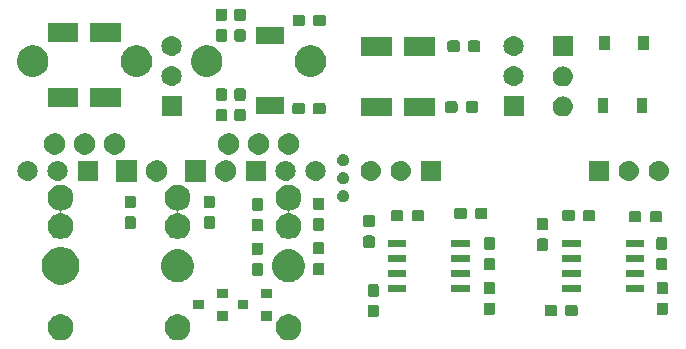
<source format=gbr>
G04 #@! TF.GenerationSoftware,KiCad,Pcbnew,(5.0.1)-4*
G04 #@! TF.CreationDate,2019-03-05T01:58:22+01:00*
G04 #@! TF.ProjectId,1U Headphone,3155204865616470686F6E652E6B6963,rev?*
G04 #@! TF.SameCoordinates,Original*
G04 #@! TF.FileFunction,Soldermask,Top*
G04 #@! TF.FilePolarity,Negative*
%FSLAX46Y46*%
G04 Gerber Fmt 4.6, Leading zero omitted, Abs format (unit mm)*
G04 Created by KiCad (PCBNEW (5.0.1)-4) date 3/5/2019 1:58:22 AM*
%MOMM*%
%LPD*%
G01*
G04 APERTURE LIST*
%ADD10C,0.100000*%
G04 APERTURE END LIST*
D10*
G36*
X22670583Y-74565572D02*
X22869350Y-74647904D01*
X23048239Y-74767434D01*
X23200366Y-74919561D01*
X23319896Y-75098450D01*
X23402228Y-75297217D01*
X23444200Y-75508226D01*
X23444200Y-75723374D01*
X23402228Y-75934383D01*
X23319896Y-76133150D01*
X23200366Y-76312039D01*
X23048239Y-76464166D01*
X22869350Y-76583696D01*
X22670583Y-76666028D01*
X22459574Y-76708000D01*
X22244426Y-76708000D01*
X22033417Y-76666028D01*
X21834650Y-76583696D01*
X21655761Y-76464166D01*
X21503634Y-76312039D01*
X21384104Y-76133150D01*
X21301772Y-75934383D01*
X21259800Y-75723374D01*
X21259800Y-75508226D01*
X21301772Y-75297217D01*
X21384104Y-75098450D01*
X21503634Y-74919561D01*
X21655761Y-74767434D01*
X21834650Y-74647904D01*
X22033417Y-74565572D01*
X22244426Y-74523600D01*
X22459574Y-74523600D01*
X22670583Y-74565572D01*
X22670583Y-74565572D01*
G37*
G36*
X32576583Y-74565572D02*
X32775350Y-74647904D01*
X32954239Y-74767434D01*
X33106366Y-74919561D01*
X33225896Y-75098450D01*
X33308228Y-75297217D01*
X33350200Y-75508226D01*
X33350200Y-75723374D01*
X33308228Y-75934383D01*
X33225896Y-76133150D01*
X33106366Y-76312039D01*
X32954239Y-76464166D01*
X32775350Y-76583696D01*
X32576583Y-76666028D01*
X32365574Y-76708000D01*
X32150426Y-76708000D01*
X31939417Y-76666028D01*
X31740650Y-76583696D01*
X31561761Y-76464166D01*
X31409634Y-76312039D01*
X31290104Y-76133150D01*
X31207772Y-75934383D01*
X31165800Y-75723374D01*
X31165800Y-75508226D01*
X31207772Y-75297217D01*
X31290104Y-75098450D01*
X31409634Y-74919561D01*
X31561761Y-74767434D01*
X31740650Y-74647904D01*
X31939417Y-74565572D01*
X32150426Y-74523600D01*
X32365574Y-74523600D01*
X32576583Y-74565572D01*
X32576583Y-74565572D01*
G37*
G36*
X41974583Y-74565572D02*
X42173350Y-74647904D01*
X42352239Y-74767434D01*
X42504366Y-74919561D01*
X42623896Y-75098450D01*
X42706228Y-75297217D01*
X42748200Y-75508226D01*
X42748200Y-75723374D01*
X42706228Y-75934383D01*
X42623896Y-76133150D01*
X42504366Y-76312039D01*
X42352239Y-76464166D01*
X42173350Y-76583696D01*
X41974583Y-76666028D01*
X41763574Y-76708000D01*
X41548426Y-76708000D01*
X41337417Y-76666028D01*
X41138650Y-76583696D01*
X40959761Y-76464166D01*
X40807634Y-76312039D01*
X40688104Y-76133150D01*
X40605772Y-75934383D01*
X40563800Y-75723374D01*
X40563800Y-75508226D01*
X40605772Y-75297217D01*
X40688104Y-75098450D01*
X40807634Y-74919561D01*
X40959761Y-74767434D01*
X41138650Y-74647904D01*
X41337417Y-74565572D01*
X41548426Y-74523600D01*
X41763574Y-74523600D01*
X41974583Y-74565572D01*
X41974583Y-74565572D01*
G37*
G36*
X40261200Y-75060800D02*
X39361200Y-75060800D01*
X39361200Y-74260800D01*
X40261200Y-74260800D01*
X40261200Y-75060800D01*
X40261200Y-75060800D01*
G37*
G36*
X36502000Y-75060800D02*
X35602000Y-75060800D01*
X35602000Y-74260800D01*
X36502000Y-74260800D01*
X36502000Y-75060800D01*
X36502000Y-75060800D01*
G37*
G36*
X49152824Y-73734555D02*
X49185536Y-73744479D01*
X49215690Y-73760597D01*
X49242116Y-73782284D01*
X49263803Y-73808710D01*
X49279921Y-73838864D01*
X49289845Y-73871576D01*
X49293800Y-73911738D01*
X49293800Y-74599462D01*
X49289845Y-74639624D01*
X49279921Y-74672336D01*
X49263803Y-74702490D01*
X49242116Y-74728916D01*
X49215690Y-74750603D01*
X49185536Y-74766721D01*
X49152824Y-74776645D01*
X49112662Y-74780600D01*
X48524938Y-74780600D01*
X48484776Y-74776645D01*
X48452064Y-74766721D01*
X48421910Y-74750603D01*
X48395484Y-74728916D01*
X48373797Y-74702490D01*
X48357679Y-74672336D01*
X48347755Y-74639624D01*
X48343800Y-74599462D01*
X48343800Y-73911738D01*
X48347755Y-73871576D01*
X48357679Y-73838864D01*
X48373797Y-73808710D01*
X48395484Y-73782284D01*
X48421910Y-73760597D01*
X48452064Y-73744479D01*
X48484776Y-73734555D01*
X48524938Y-73730600D01*
X49112662Y-73730600D01*
X49152824Y-73734555D01*
X49152824Y-73734555D01*
G37*
G36*
X65989624Y-73747755D02*
X66022336Y-73757679D01*
X66052490Y-73773797D01*
X66078916Y-73795484D01*
X66100603Y-73821910D01*
X66116721Y-73852064D01*
X66126645Y-73884776D01*
X66130600Y-73924938D01*
X66130600Y-74512662D01*
X66126645Y-74552824D01*
X66116721Y-74585536D01*
X66100603Y-74615690D01*
X66078916Y-74642116D01*
X66052490Y-74663803D01*
X66022336Y-74679921D01*
X65989624Y-74689845D01*
X65949462Y-74693800D01*
X65261738Y-74693800D01*
X65221576Y-74689845D01*
X65188864Y-74679921D01*
X65158710Y-74663803D01*
X65132284Y-74642116D01*
X65110597Y-74615690D01*
X65094479Y-74585536D01*
X65084555Y-74552824D01*
X65080600Y-74512662D01*
X65080600Y-73924938D01*
X65084555Y-73884776D01*
X65094479Y-73852064D01*
X65110597Y-73821910D01*
X65132284Y-73795484D01*
X65158710Y-73773797D01*
X65188864Y-73757679D01*
X65221576Y-73747755D01*
X65261738Y-73743800D01*
X65949462Y-73743800D01*
X65989624Y-73747755D01*
X65989624Y-73747755D01*
G37*
G36*
X64239624Y-73747755D02*
X64272336Y-73757679D01*
X64302490Y-73773797D01*
X64328916Y-73795484D01*
X64350603Y-73821910D01*
X64366721Y-73852064D01*
X64376645Y-73884776D01*
X64380600Y-73924938D01*
X64380600Y-74512662D01*
X64376645Y-74552824D01*
X64366721Y-74585536D01*
X64350603Y-74615690D01*
X64328916Y-74642116D01*
X64302490Y-74663803D01*
X64272336Y-74679921D01*
X64239624Y-74689845D01*
X64199462Y-74693800D01*
X63511738Y-74693800D01*
X63471576Y-74689845D01*
X63438864Y-74679921D01*
X63408710Y-74663803D01*
X63382284Y-74642116D01*
X63360597Y-74615690D01*
X63344479Y-74585536D01*
X63334555Y-74552824D01*
X63330600Y-74512662D01*
X63330600Y-73924938D01*
X63334555Y-73884776D01*
X63344479Y-73852064D01*
X63360597Y-73821910D01*
X63382284Y-73795484D01*
X63408710Y-73773797D01*
X63438864Y-73757679D01*
X63471576Y-73747755D01*
X63511738Y-73743800D01*
X64199462Y-73743800D01*
X64239624Y-73747755D01*
X64239624Y-73747755D01*
G37*
G36*
X73638424Y-73531355D02*
X73671136Y-73541279D01*
X73701290Y-73557397D01*
X73727716Y-73579084D01*
X73749403Y-73605510D01*
X73765521Y-73635664D01*
X73775445Y-73668376D01*
X73779400Y-73708538D01*
X73779400Y-74396262D01*
X73775445Y-74436424D01*
X73765521Y-74469136D01*
X73749403Y-74499290D01*
X73727716Y-74525716D01*
X73701290Y-74547403D01*
X73671136Y-74563521D01*
X73638424Y-74573445D01*
X73598262Y-74577400D01*
X73010538Y-74577400D01*
X72970376Y-74573445D01*
X72937664Y-74563521D01*
X72907510Y-74547403D01*
X72881084Y-74525716D01*
X72859397Y-74499290D01*
X72843279Y-74469136D01*
X72833355Y-74436424D01*
X72829400Y-74396262D01*
X72829400Y-73708538D01*
X72833355Y-73668376D01*
X72843279Y-73635664D01*
X72859397Y-73605510D01*
X72881084Y-73579084D01*
X72907510Y-73557397D01*
X72937664Y-73541279D01*
X72970376Y-73531355D01*
X73010538Y-73527400D01*
X73598262Y-73527400D01*
X73638424Y-73531355D01*
X73638424Y-73531355D01*
G37*
G36*
X58982624Y-73531355D02*
X59015336Y-73541279D01*
X59045490Y-73557397D01*
X59071916Y-73579084D01*
X59093603Y-73605510D01*
X59109721Y-73635664D01*
X59119645Y-73668376D01*
X59123600Y-73708538D01*
X59123600Y-74396262D01*
X59119645Y-74436424D01*
X59109721Y-74469136D01*
X59093603Y-74499290D01*
X59071916Y-74525716D01*
X59045490Y-74547403D01*
X59015336Y-74563521D01*
X58982624Y-74573445D01*
X58942462Y-74577400D01*
X58354738Y-74577400D01*
X58314576Y-74573445D01*
X58281864Y-74563521D01*
X58251710Y-74547403D01*
X58225284Y-74525716D01*
X58203597Y-74499290D01*
X58187479Y-74469136D01*
X58177555Y-74436424D01*
X58173600Y-74396262D01*
X58173600Y-73708538D01*
X58177555Y-73668376D01*
X58187479Y-73635664D01*
X58203597Y-73605510D01*
X58225284Y-73579084D01*
X58251710Y-73557397D01*
X58281864Y-73541279D01*
X58314576Y-73531355D01*
X58354738Y-73527400D01*
X58942462Y-73527400D01*
X58982624Y-73531355D01*
X58982624Y-73531355D01*
G37*
G36*
X38261200Y-74110800D02*
X37361200Y-74110800D01*
X37361200Y-73310800D01*
X38261200Y-73310800D01*
X38261200Y-74110800D01*
X38261200Y-74110800D01*
G37*
G36*
X34502000Y-74110800D02*
X33602000Y-74110800D01*
X33602000Y-73310800D01*
X34502000Y-73310800D01*
X34502000Y-74110800D01*
X34502000Y-74110800D01*
G37*
G36*
X36502000Y-73160800D02*
X35602000Y-73160800D01*
X35602000Y-72360800D01*
X36502000Y-72360800D01*
X36502000Y-73160800D01*
X36502000Y-73160800D01*
G37*
G36*
X40261200Y-73160800D02*
X39361200Y-73160800D01*
X39361200Y-72360800D01*
X40261200Y-72360800D01*
X40261200Y-73160800D01*
X40261200Y-73160800D01*
G37*
G36*
X49152824Y-71984555D02*
X49185536Y-71994479D01*
X49215690Y-72010597D01*
X49242116Y-72032284D01*
X49263803Y-72058710D01*
X49279921Y-72088864D01*
X49289845Y-72121576D01*
X49293800Y-72161738D01*
X49293800Y-72849462D01*
X49289845Y-72889624D01*
X49279921Y-72922336D01*
X49263803Y-72952490D01*
X49242116Y-72978916D01*
X49215690Y-73000603D01*
X49185536Y-73016721D01*
X49152824Y-73026645D01*
X49112662Y-73030600D01*
X48524938Y-73030600D01*
X48484776Y-73026645D01*
X48452064Y-73016721D01*
X48421910Y-73000603D01*
X48395484Y-72978916D01*
X48373797Y-72952490D01*
X48357679Y-72922336D01*
X48347755Y-72889624D01*
X48343800Y-72849462D01*
X48343800Y-72161738D01*
X48347755Y-72121576D01*
X48357679Y-72088864D01*
X48373797Y-72058710D01*
X48395484Y-72032284D01*
X48421910Y-72010597D01*
X48452064Y-71994479D01*
X48484776Y-71984555D01*
X48524938Y-71980600D01*
X49112662Y-71980600D01*
X49152824Y-71984555D01*
X49152824Y-71984555D01*
G37*
G36*
X73638424Y-71781355D02*
X73671136Y-71791279D01*
X73701290Y-71807397D01*
X73727716Y-71829084D01*
X73749403Y-71855510D01*
X73765521Y-71885664D01*
X73775445Y-71918376D01*
X73779400Y-71958538D01*
X73779400Y-72646262D01*
X73775445Y-72686424D01*
X73765521Y-72719136D01*
X73749403Y-72749290D01*
X73727716Y-72775716D01*
X73701290Y-72797403D01*
X73671136Y-72813521D01*
X73638424Y-72823445D01*
X73598262Y-72827400D01*
X73010538Y-72827400D01*
X72970376Y-72823445D01*
X72937664Y-72813521D01*
X72907510Y-72797403D01*
X72881084Y-72775716D01*
X72859397Y-72749290D01*
X72843279Y-72719136D01*
X72833355Y-72686424D01*
X72829400Y-72646262D01*
X72829400Y-71958538D01*
X72833355Y-71918376D01*
X72843279Y-71885664D01*
X72859397Y-71855510D01*
X72881084Y-71829084D01*
X72907510Y-71807397D01*
X72937664Y-71791279D01*
X72970376Y-71781355D01*
X73010538Y-71777400D01*
X73598262Y-71777400D01*
X73638424Y-71781355D01*
X73638424Y-71781355D01*
G37*
G36*
X58982624Y-71781355D02*
X59015336Y-71791279D01*
X59045490Y-71807397D01*
X59071916Y-71829084D01*
X59093603Y-71855510D01*
X59109721Y-71885664D01*
X59119645Y-71918376D01*
X59123600Y-71958538D01*
X59123600Y-72646262D01*
X59119645Y-72686424D01*
X59109721Y-72719136D01*
X59093603Y-72749290D01*
X59071916Y-72775716D01*
X59045490Y-72797403D01*
X59015336Y-72813521D01*
X58982624Y-72823445D01*
X58942462Y-72827400D01*
X58354738Y-72827400D01*
X58314576Y-72823445D01*
X58281864Y-72813521D01*
X58251710Y-72797403D01*
X58225284Y-72775716D01*
X58203597Y-72749290D01*
X58187479Y-72719136D01*
X58177555Y-72686424D01*
X58173600Y-72646262D01*
X58173600Y-71958538D01*
X58177555Y-71918376D01*
X58187479Y-71885664D01*
X58203597Y-71855510D01*
X58225284Y-71829084D01*
X58251710Y-71807397D01*
X58281864Y-71791279D01*
X58314576Y-71781355D01*
X58354738Y-71777400D01*
X58942462Y-71777400D01*
X58982624Y-71781355D01*
X58982624Y-71781355D01*
G37*
G36*
X71775600Y-72664600D02*
X70225600Y-72664600D01*
X70225600Y-72064600D01*
X71775600Y-72064600D01*
X71775600Y-72664600D01*
X71775600Y-72664600D01*
G37*
G36*
X66375600Y-72664600D02*
X64825600Y-72664600D01*
X64825600Y-72064600D01*
X66375600Y-72064600D01*
X66375600Y-72664600D01*
X66375600Y-72664600D01*
G37*
G36*
X51592800Y-72639200D02*
X50042800Y-72639200D01*
X50042800Y-72039200D01*
X51592800Y-72039200D01*
X51592800Y-72639200D01*
X51592800Y-72639200D01*
G37*
G36*
X56992800Y-72639200D02*
X55442800Y-72639200D01*
X55442800Y-72039200D01*
X56992800Y-72039200D01*
X56992800Y-72639200D01*
X56992800Y-72639200D01*
G37*
G36*
X22818703Y-68870286D02*
X23109883Y-68990897D01*
X23371944Y-69166001D01*
X23594799Y-69388856D01*
X23769903Y-69650917D01*
X23890514Y-69942097D01*
X23952000Y-70251212D01*
X23952000Y-70566388D01*
X23890514Y-70875503D01*
X23769903Y-71166683D01*
X23594799Y-71428744D01*
X23371944Y-71651599D01*
X23109883Y-71826703D01*
X22818703Y-71947314D01*
X22509588Y-72008800D01*
X22194412Y-72008800D01*
X21885297Y-71947314D01*
X21594117Y-71826703D01*
X21332056Y-71651599D01*
X21109201Y-71428744D01*
X20934097Y-71166683D01*
X20813486Y-70875503D01*
X20752000Y-70566388D01*
X20752000Y-70251212D01*
X20813486Y-69942097D01*
X20934097Y-69650917D01*
X21109201Y-69388856D01*
X21332056Y-69166001D01*
X21594117Y-68990897D01*
X21885297Y-68870286D01*
X22194412Y-68808800D01*
X22509588Y-68808800D01*
X22818703Y-68870286D01*
X22818703Y-68870286D01*
G37*
G36*
X41929126Y-69035700D02*
X42064365Y-69062601D01*
X42164591Y-69104116D01*
X42289368Y-69155800D01*
X42319149Y-69168136D01*
X42401408Y-69223100D01*
X42548451Y-69321351D01*
X42743449Y-69516349D01*
X42743451Y-69516352D01*
X42896664Y-69745651D01*
X42998581Y-69991700D01*
X43002199Y-70000436D01*
X43056000Y-70270911D01*
X43056000Y-70546689D01*
X43042803Y-70613034D01*
X43002199Y-70817165D01*
X42937609Y-70973100D01*
X42902097Y-71058834D01*
X42896664Y-71071949D01*
X42777694Y-71250000D01*
X42743449Y-71301251D01*
X42548451Y-71496249D01*
X42548448Y-71496251D01*
X42319149Y-71649464D01*
X42064365Y-71754999D01*
X41951747Y-71777400D01*
X41793889Y-71808800D01*
X41518111Y-71808800D01*
X41360253Y-71777400D01*
X41247635Y-71754999D01*
X40992851Y-71649464D01*
X40763552Y-71496251D01*
X40763549Y-71496249D01*
X40568551Y-71301251D01*
X40534306Y-71250000D01*
X40415336Y-71071949D01*
X40409904Y-71058834D01*
X40374391Y-70973100D01*
X40309801Y-70817165D01*
X40269197Y-70613034D01*
X40256000Y-70546689D01*
X40256000Y-70270911D01*
X40309801Y-70000436D01*
X40313420Y-69991700D01*
X40415336Y-69745651D01*
X40568549Y-69516352D01*
X40568551Y-69516349D01*
X40763549Y-69321351D01*
X40910592Y-69223100D01*
X40992851Y-69168136D01*
X41022633Y-69155800D01*
X41147409Y-69104116D01*
X41247635Y-69062601D01*
X41382874Y-69035700D01*
X41518111Y-69008800D01*
X41793889Y-69008800D01*
X41929126Y-69035700D01*
X41929126Y-69035700D01*
G37*
G36*
X32531126Y-69035700D02*
X32666365Y-69062601D01*
X32766591Y-69104116D01*
X32891368Y-69155800D01*
X32921149Y-69168136D01*
X33003408Y-69223100D01*
X33150451Y-69321351D01*
X33345449Y-69516349D01*
X33345451Y-69516352D01*
X33498664Y-69745651D01*
X33600581Y-69991700D01*
X33604199Y-70000436D01*
X33658000Y-70270911D01*
X33658000Y-70546689D01*
X33644803Y-70613034D01*
X33604199Y-70817165D01*
X33539609Y-70973100D01*
X33504097Y-71058834D01*
X33498664Y-71071949D01*
X33379694Y-71250000D01*
X33345449Y-71301251D01*
X33150451Y-71496249D01*
X33150448Y-71496251D01*
X32921149Y-71649464D01*
X32666365Y-71754999D01*
X32553747Y-71777400D01*
X32395889Y-71808800D01*
X32120111Y-71808800D01*
X31962253Y-71777400D01*
X31849635Y-71754999D01*
X31594851Y-71649464D01*
X31365552Y-71496251D01*
X31365549Y-71496249D01*
X31170551Y-71301251D01*
X31136306Y-71250000D01*
X31017336Y-71071949D01*
X31011904Y-71058834D01*
X30976391Y-70973100D01*
X30911801Y-70817165D01*
X30871197Y-70613034D01*
X30858000Y-70546689D01*
X30858000Y-70270911D01*
X30911801Y-70000436D01*
X30915420Y-69991700D01*
X31017336Y-69745651D01*
X31170549Y-69516352D01*
X31170551Y-69516349D01*
X31365549Y-69321351D01*
X31512592Y-69223100D01*
X31594851Y-69168136D01*
X31624633Y-69155800D01*
X31749409Y-69104116D01*
X31849635Y-69062601D01*
X31984874Y-69035700D01*
X32120111Y-69008800D01*
X32395889Y-69008800D01*
X32531126Y-69035700D01*
X32531126Y-69035700D01*
G37*
G36*
X71775600Y-71394600D02*
X70225600Y-71394600D01*
X70225600Y-70794600D01*
X71775600Y-70794600D01*
X71775600Y-71394600D01*
X71775600Y-71394600D01*
G37*
G36*
X66375600Y-71394600D02*
X64825600Y-71394600D01*
X64825600Y-70794600D01*
X66375600Y-70794600D01*
X66375600Y-71394600D01*
X66375600Y-71394600D01*
G37*
G36*
X56992800Y-71369200D02*
X55442800Y-71369200D01*
X55442800Y-70769200D01*
X56992800Y-70769200D01*
X56992800Y-71369200D01*
X56992800Y-71369200D01*
G37*
G36*
X51592800Y-71369200D02*
X50042800Y-71369200D01*
X50042800Y-70769200D01*
X51592800Y-70769200D01*
X51592800Y-71369200D01*
X51592800Y-71369200D01*
G37*
G36*
X39348424Y-70203955D02*
X39381136Y-70213879D01*
X39411290Y-70229997D01*
X39437716Y-70251684D01*
X39459403Y-70278110D01*
X39475521Y-70308264D01*
X39485445Y-70340976D01*
X39489400Y-70381138D01*
X39489400Y-71068862D01*
X39485445Y-71109024D01*
X39475521Y-71141736D01*
X39459403Y-71171890D01*
X39437716Y-71198316D01*
X39411290Y-71220003D01*
X39381136Y-71236121D01*
X39348424Y-71246045D01*
X39308262Y-71250000D01*
X38720538Y-71250000D01*
X38680376Y-71246045D01*
X38647664Y-71236121D01*
X38617510Y-71220003D01*
X38591084Y-71198316D01*
X38569397Y-71171890D01*
X38553279Y-71141736D01*
X38543355Y-71109024D01*
X38539400Y-71068862D01*
X38539400Y-70381138D01*
X38543355Y-70340976D01*
X38553279Y-70308264D01*
X38569397Y-70278110D01*
X38591084Y-70251684D01*
X38617510Y-70229997D01*
X38647664Y-70213879D01*
X38680376Y-70203955D01*
X38720538Y-70200000D01*
X39308262Y-70200000D01*
X39348424Y-70203955D01*
X39348424Y-70203955D01*
G37*
G36*
X44530024Y-70164555D02*
X44562736Y-70174479D01*
X44592890Y-70190597D01*
X44619316Y-70212284D01*
X44641003Y-70238710D01*
X44657121Y-70268864D01*
X44667045Y-70301576D01*
X44671000Y-70341738D01*
X44671000Y-71029462D01*
X44667045Y-71069624D01*
X44657121Y-71102336D01*
X44641003Y-71132490D01*
X44619316Y-71158916D01*
X44592890Y-71180603D01*
X44562736Y-71196721D01*
X44530024Y-71206645D01*
X44489862Y-71210600D01*
X43902138Y-71210600D01*
X43861976Y-71206645D01*
X43829264Y-71196721D01*
X43799110Y-71180603D01*
X43772684Y-71158916D01*
X43750997Y-71132490D01*
X43734879Y-71102336D01*
X43724955Y-71069624D01*
X43721000Y-71029462D01*
X43721000Y-70341738D01*
X43724955Y-70301576D01*
X43734879Y-70268864D01*
X43750997Y-70238710D01*
X43772684Y-70212284D01*
X43799110Y-70190597D01*
X43829264Y-70174479D01*
X43861976Y-70164555D01*
X43902138Y-70160600D01*
X44489862Y-70160600D01*
X44530024Y-70164555D01*
X44530024Y-70164555D01*
G37*
G36*
X73587624Y-69758155D02*
X73620336Y-69768079D01*
X73650490Y-69784197D01*
X73676916Y-69805884D01*
X73698603Y-69832310D01*
X73714721Y-69862464D01*
X73724645Y-69895176D01*
X73728600Y-69935338D01*
X73728600Y-70623062D01*
X73724645Y-70663224D01*
X73714721Y-70695936D01*
X73698603Y-70726090D01*
X73676916Y-70752516D01*
X73650490Y-70774203D01*
X73620336Y-70790321D01*
X73587624Y-70800245D01*
X73547462Y-70804200D01*
X72959738Y-70804200D01*
X72919576Y-70800245D01*
X72886864Y-70790321D01*
X72856710Y-70774203D01*
X72830284Y-70752516D01*
X72808597Y-70726090D01*
X72792479Y-70695936D01*
X72782555Y-70663224D01*
X72778600Y-70623062D01*
X72778600Y-69935338D01*
X72782555Y-69895176D01*
X72792479Y-69862464D01*
X72808597Y-69832310D01*
X72830284Y-69805884D01*
X72856710Y-69784197D01*
X72886864Y-69768079D01*
X72919576Y-69758155D01*
X72959738Y-69754200D01*
X73547462Y-69754200D01*
X73587624Y-69758155D01*
X73587624Y-69758155D01*
G37*
G36*
X58982624Y-69758155D02*
X59015336Y-69768079D01*
X59045490Y-69784197D01*
X59071916Y-69805884D01*
X59093603Y-69832310D01*
X59109721Y-69862464D01*
X59119645Y-69895176D01*
X59123600Y-69935338D01*
X59123600Y-70623062D01*
X59119645Y-70663224D01*
X59109721Y-70695936D01*
X59093603Y-70726090D01*
X59071916Y-70752516D01*
X59045490Y-70774203D01*
X59015336Y-70790321D01*
X58982624Y-70800245D01*
X58942462Y-70804200D01*
X58354738Y-70804200D01*
X58314576Y-70800245D01*
X58281864Y-70790321D01*
X58251710Y-70774203D01*
X58225284Y-70752516D01*
X58203597Y-70726090D01*
X58187479Y-70695936D01*
X58177555Y-70663224D01*
X58173600Y-70623062D01*
X58173600Y-69935338D01*
X58177555Y-69895176D01*
X58187479Y-69862464D01*
X58203597Y-69832310D01*
X58225284Y-69805884D01*
X58251710Y-69784197D01*
X58281864Y-69768079D01*
X58314576Y-69758155D01*
X58354738Y-69754200D01*
X58942462Y-69754200D01*
X58982624Y-69758155D01*
X58982624Y-69758155D01*
G37*
G36*
X71775600Y-70124600D02*
X70225600Y-70124600D01*
X70225600Y-69524600D01*
X71775600Y-69524600D01*
X71775600Y-70124600D01*
X71775600Y-70124600D01*
G37*
G36*
X66375600Y-70124600D02*
X64825600Y-70124600D01*
X64825600Y-69524600D01*
X66375600Y-69524600D01*
X66375600Y-70124600D01*
X66375600Y-70124600D01*
G37*
G36*
X51592800Y-70099200D02*
X50042800Y-70099200D01*
X50042800Y-69499200D01*
X51592800Y-69499200D01*
X51592800Y-70099200D01*
X51592800Y-70099200D01*
G37*
G36*
X56992800Y-70099200D02*
X55442800Y-70099200D01*
X55442800Y-69499200D01*
X56992800Y-69499200D01*
X56992800Y-70099200D01*
X56992800Y-70099200D01*
G37*
G36*
X39348424Y-68453955D02*
X39381136Y-68463879D01*
X39411290Y-68479997D01*
X39437716Y-68501684D01*
X39459403Y-68528110D01*
X39475521Y-68558264D01*
X39485445Y-68590976D01*
X39489400Y-68631138D01*
X39489400Y-69318862D01*
X39485445Y-69359024D01*
X39475521Y-69391736D01*
X39459403Y-69421890D01*
X39437716Y-69448316D01*
X39411290Y-69470003D01*
X39381136Y-69486121D01*
X39348424Y-69496045D01*
X39308262Y-69500000D01*
X38720538Y-69500000D01*
X38680376Y-69496045D01*
X38647664Y-69486121D01*
X38617510Y-69470003D01*
X38591084Y-69448316D01*
X38569397Y-69421890D01*
X38553279Y-69391736D01*
X38543355Y-69359024D01*
X38539400Y-69318862D01*
X38539400Y-68631138D01*
X38543355Y-68590976D01*
X38553279Y-68558264D01*
X38569397Y-68528110D01*
X38591084Y-68501684D01*
X38617510Y-68479997D01*
X38647664Y-68463879D01*
X38680376Y-68453955D01*
X38720538Y-68450000D01*
X39308262Y-68450000D01*
X39348424Y-68453955D01*
X39348424Y-68453955D01*
G37*
G36*
X44530024Y-68414555D02*
X44562736Y-68424479D01*
X44592890Y-68440597D01*
X44619316Y-68462284D01*
X44641003Y-68488710D01*
X44657121Y-68518864D01*
X44667045Y-68551576D01*
X44671000Y-68591738D01*
X44671000Y-69279462D01*
X44667045Y-69319624D01*
X44657121Y-69352336D01*
X44641003Y-69382490D01*
X44619316Y-69408916D01*
X44592890Y-69430603D01*
X44562736Y-69446721D01*
X44530024Y-69456645D01*
X44489862Y-69460600D01*
X43902138Y-69460600D01*
X43861976Y-69456645D01*
X43829264Y-69446721D01*
X43799110Y-69430603D01*
X43772684Y-69408916D01*
X43750997Y-69382490D01*
X43734879Y-69352336D01*
X43724955Y-69319624D01*
X43721000Y-69279462D01*
X43721000Y-68591738D01*
X43724955Y-68551576D01*
X43734879Y-68518864D01*
X43750997Y-68488710D01*
X43772684Y-68462284D01*
X43799110Y-68440597D01*
X43829264Y-68424479D01*
X43861976Y-68414555D01*
X43902138Y-68410600D01*
X44489862Y-68410600D01*
X44530024Y-68414555D01*
X44530024Y-68414555D01*
G37*
G36*
X63478424Y-68109755D02*
X63511136Y-68119679D01*
X63541290Y-68135797D01*
X63567716Y-68157484D01*
X63589403Y-68183910D01*
X63605521Y-68214064D01*
X63615445Y-68246776D01*
X63619400Y-68286938D01*
X63619400Y-68974662D01*
X63615445Y-69014824D01*
X63605521Y-69047536D01*
X63589403Y-69077690D01*
X63567716Y-69104116D01*
X63541290Y-69125803D01*
X63511136Y-69141921D01*
X63478424Y-69151845D01*
X63438262Y-69155800D01*
X62850538Y-69155800D01*
X62810376Y-69151845D01*
X62777664Y-69141921D01*
X62747510Y-69125803D01*
X62721084Y-69104116D01*
X62699397Y-69077690D01*
X62683279Y-69047536D01*
X62673355Y-69014824D01*
X62669400Y-68974662D01*
X62669400Y-68286938D01*
X62673355Y-68246776D01*
X62683279Y-68214064D01*
X62699397Y-68183910D01*
X62721084Y-68157484D01*
X62747510Y-68135797D01*
X62777664Y-68119679D01*
X62810376Y-68109755D01*
X62850538Y-68105800D01*
X63438262Y-68105800D01*
X63478424Y-68109755D01*
X63478424Y-68109755D01*
G37*
G36*
X73587624Y-68008155D02*
X73620336Y-68018079D01*
X73650490Y-68034197D01*
X73676916Y-68055884D01*
X73698603Y-68082310D01*
X73714721Y-68112464D01*
X73724645Y-68145176D01*
X73728600Y-68185338D01*
X73728600Y-68873062D01*
X73724645Y-68913224D01*
X73714721Y-68945936D01*
X73698603Y-68976090D01*
X73676916Y-69002516D01*
X73650490Y-69024203D01*
X73620336Y-69040321D01*
X73587624Y-69050245D01*
X73547462Y-69054200D01*
X72959738Y-69054200D01*
X72919576Y-69050245D01*
X72886864Y-69040321D01*
X72856710Y-69024203D01*
X72830284Y-69002516D01*
X72808597Y-68976090D01*
X72792479Y-68945936D01*
X72782555Y-68913224D01*
X72778600Y-68873062D01*
X72778600Y-68185338D01*
X72782555Y-68145176D01*
X72792479Y-68112464D01*
X72808597Y-68082310D01*
X72830284Y-68055884D01*
X72856710Y-68034197D01*
X72886864Y-68018079D01*
X72919576Y-68008155D01*
X72959738Y-68004200D01*
X73547462Y-68004200D01*
X73587624Y-68008155D01*
X73587624Y-68008155D01*
G37*
G36*
X58982624Y-68008155D02*
X59015336Y-68018079D01*
X59045490Y-68034197D01*
X59071916Y-68055884D01*
X59093603Y-68082310D01*
X59109721Y-68112464D01*
X59119645Y-68145176D01*
X59123600Y-68185338D01*
X59123600Y-68873062D01*
X59119645Y-68913224D01*
X59109721Y-68945936D01*
X59093603Y-68976090D01*
X59071916Y-69002516D01*
X59045490Y-69024203D01*
X59015336Y-69040321D01*
X58982624Y-69050245D01*
X58942462Y-69054200D01*
X58354738Y-69054200D01*
X58314576Y-69050245D01*
X58281864Y-69040321D01*
X58251710Y-69024203D01*
X58225284Y-69002516D01*
X58203597Y-68976090D01*
X58187479Y-68945936D01*
X58177555Y-68913224D01*
X58173600Y-68873062D01*
X58173600Y-68185338D01*
X58177555Y-68145176D01*
X58187479Y-68112464D01*
X58203597Y-68082310D01*
X58225284Y-68055884D01*
X58251710Y-68034197D01*
X58281864Y-68018079D01*
X58314576Y-68008155D01*
X58354738Y-68004200D01*
X58942462Y-68004200D01*
X58982624Y-68008155D01*
X58982624Y-68008155D01*
G37*
G36*
X48797224Y-67855755D02*
X48829936Y-67865679D01*
X48860090Y-67881797D01*
X48886516Y-67903484D01*
X48908203Y-67929910D01*
X48924321Y-67960064D01*
X48934245Y-67992776D01*
X48938200Y-68032938D01*
X48938200Y-68720662D01*
X48934245Y-68760824D01*
X48924321Y-68793536D01*
X48908203Y-68823690D01*
X48886516Y-68850116D01*
X48860090Y-68871803D01*
X48829936Y-68887921D01*
X48797224Y-68897845D01*
X48757062Y-68901800D01*
X48169338Y-68901800D01*
X48129176Y-68897845D01*
X48096464Y-68887921D01*
X48066310Y-68871803D01*
X48039884Y-68850116D01*
X48018197Y-68823690D01*
X48002079Y-68793536D01*
X47992155Y-68760824D01*
X47988200Y-68720662D01*
X47988200Y-68032938D01*
X47992155Y-67992776D01*
X48002079Y-67960064D01*
X48018197Y-67929910D01*
X48039884Y-67903484D01*
X48066310Y-67881797D01*
X48096464Y-67865679D01*
X48129176Y-67855755D01*
X48169338Y-67851800D01*
X48757062Y-67851800D01*
X48797224Y-67855755D01*
X48797224Y-67855755D01*
G37*
G36*
X71775600Y-68854600D02*
X70225600Y-68854600D01*
X70225600Y-68254600D01*
X71775600Y-68254600D01*
X71775600Y-68854600D01*
X71775600Y-68854600D01*
G37*
G36*
X66375600Y-68854600D02*
X64825600Y-68854600D01*
X64825600Y-68254600D01*
X66375600Y-68254600D01*
X66375600Y-68854600D01*
X66375600Y-68854600D01*
G37*
G36*
X51592800Y-68829200D02*
X50042800Y-68829200D01*
X50042800Y-68229200D01*
X51592800Y-68229200D01*
X51592800Y-68829200D01*
X51592800Y-68829200D01*
G37*
G36*
X56992800Y-68829200D02*
X55442800Y-68829200D01*
X55442800Y-68229200D01*
X56992800Y-68229200D01*
X56992800Y-68829200D01*
X56992800Y-68829200D01*
G37*
G36*
X22670583Y-63592772D02*
X22869350Y-63675104D01*
X23048239Y-63794634D01*
X23200366Y-63946761D01*
X23319896Y-64125650D01*
X23402228Y-64324417D01*
X23444200Y-64535426D01*
X23444200Y-64750574D01*
X23402228Y-64961583D01*
X23319896Y-65160350D01*
X23200366Y-65339239D01*
X23048239Y-65491366D01*
X22869350Y-65610896D01*
X22670583Y-65693228D01*
X22501291Y-65726902D01*
X22477842Y-65734015D01*
X22456231Y-65745566D01*
X22437289Y-65761112D01*
X22421743Y-65780054D01*
X22410192Y-65801664D01*
X22403079Y-65825114D01*
X22400677Y-65849500D01*
X22403079Y-65873886D01*
X22410192Y-65897335D01*
X22421743Y-65918946D01*
X22437289Y-65937888D01*
X22456231Y-65953434D01*
X22477841Y-65964985D01*
X22501291Y-65972098D01*
X22670583Y-66005772D01*
X22869350Y-66088104D01*
X23048239Y-66207634D01*
X23200366Y-66359761D01*
X23319896Y-66538650D01*
X23402228Y-66737417D01*
X23444200Y-66948426D01*
X23444200Y-67163574D01*
X23402228Y-67374583D01*
X23319896Y-67573350D01*
X23200366Y-67752239D01*
X23048239Y-67904366D01*
X22869350Y-68023896D01*
X22670583Y-68106228D01*
X22459574Y-68148200D01*
X22244426Y-68148200D01*
X22033417Y-68106228D01*
X21834650Y-68023896D01*
X21655761Y-67904366D01*
X21503634Y-67752239D01*
X21384104Y-67573350D01*
X21301772Y-67374583D01*
X21259800Y-67163574D01*
X21259800Y-66948426D01*
X21301772Y-66737417D01*
X21384104Y-66538650D01*
X21503634Y-66359761D01*
X21655761Y-66207634D01*
X21834650Y-66088104D01*
X22033417Y-66005772D01*
X22202709Y-65972098D01*
X22226158Y-65964985D01*
X22247769Y-65953434D01*
X22266711Y-65937888D01*
X22282257Y-65918946D01*
X22293808Y-65897336D01*
X22300921Y-65873886D01*
X22303323Y-65849500D01*
X22300921Y-65825114D01*
X22293808Y-65801665D01*
X22282257Y-65780054D01*
X22266711Y-65761112D01*
X22247769Y-65745566D01*
X22226159Y-65734015D01*
X22202709Y-65726902D01*
X22033417Y-65693228D01*
X21834650Y-65610896D01*
X21655761Y-65491366D01*
X21503634Y-65339239D01*
X21384104Y-65160350D01*
X21301772Y-64961583D01*
X21259800Y-64750574D01*
X21259800Y-64535426D01*
X21301772Y-64324417D01*
X21384104Y-64125650D01*
X21503634Y-63946761D01*
X21655761Y-63794634D01*
X21834650Y-63675104D01*
X22033417Y-63592772D01*
X22244426Y-63550800D01*
X22459574Y-63550800D01*
X22670583Y-63592772D01*
X22670583Y-63592772D01*
G37*
G36*
X32576583Y-63592772D02*
X32775350Y-63675104D01*
X32954239Y-63794634D01*
X33106366Y-63946761D01*
X33225896Y-64125650D01*
X33308228Y-64324417D01*
X33350200Y-64535426D01*
X33350200Y-64750574D01*
X33308228Y-64961583D01*
X33225896Y-65160350D01*
X33106366Y-65339239D01*
X32954239Y-65491366D01*
X32775350Y-65610896D01*
X32576583Y-65693228D01*
X32407291Y-65726902D01*
X32383842Y-65734015D01*
X32362231Y-65745566D01*
X32343289Y-65761112D01*
X32327743Y-65780054D01*
X32316192Y-65801664D01*
X32309079Y-65825114D01*
X32306677Y-65849500D01*
X32309079Y-65873886D01*
X32316192Y-65897335D01*
X32327743Y-65918946D01*
X32343289Y-65937888D01*
X32362231Y-65953434D01*
X32383841Y-65964985D01*
X32407291Y-65972098D01*
X32576583Y-66005772D01*
X32775350Y-66088104D01*
X32954239Y-66207634D01*
X33106366Y-66359761D01*
X33225896Y-66538650D01*
X33308228Y-66737417D01*
X33350200Y-66948426D01*
X33350200Y-67163574D01*
X33308228Y-67374583D01*
X33225896Y-67573350D01*
X33106366Y-67752239D01*
X32954239Y-67904366D01*
X32775350Y-68023896D01*
X32576583Y-68106228D01*
X32365574Y-68148200D01*
X32150426Y-68148200D01*
X31939417Y-68106228D01*
X31740650Y-68023896D01*
X31561761Y-67904366D01*
X31409634Y-67752239D01*
X31290104Y-67573350D01*
X31207772Y-67374583D01*
X31165800Y-67163574D01*
X31165800Y-66948426D01*
X31207772Y-66737417D01*
X31290104Y-66538650D01*
X31409634Y-66359761D01*
X31561761Y-66207634D01*
X31740650Y-66088104D01*
X31939417Y-66005772D01*
X32108709Y-65972098D01*
X32132158Y-65964985D01*
X32153769Y-65953434D01*
X32172711Y-65937888D01*
X32188257Y-65918946D01*
X32199808Y-65897336D01*
X32206921Y-65873886D01*
X32209323Y-65849500D01*
X32206921Y-65825114D01*
X32199808Y-65801665D01*
X32188257Y-65780054D01*
X32172711Y-65761112D01*
X32153769Y-65745566D01*
X32132159Y-65734015D01*
X32108709Y-65726902D01*
X31939417Y-65693228D01*
X31740650Y-65610896D01*
X31561761Y-65491366D01*
X31409634Y-65339239D01*
X31290104Y-65160350D01*
X31207772Y-64961583D01*
X31165800Y-64750574D01*
X31165800Y-64535426D01*
X31207772Y-64324417D01*
X31290104Y-64125650D01*
X31409634Y-63946761D01*
X31561761Y-63794634D01*
X31740650Y-63675104D01*
X31939417Y-63592772D01*
X32150426Y-63550800D01*
X32365574Y-63550800D01*
X32576583Y-63592772D01*
X32576583Y-63592772D01*
G37*
G36*
X41974583Y-63592772D02*
X42173350Y-63675104D01*
X42352239Y-63794634D01*
X42504366Y-63946761D01*
X42623896Y-64125650D01*
X42706228Y-64324417D01*
X42748200Y-64535426D01*
X42748200Y-64750574D01*
X42706228Y-64961583D01*
X42623896Y-65160350D01*
X42504366Y-65339239D01*
X42352239Y-65491366D01*
X42173350Y-65610896D01*
X41974583Y-65693228D01*
X41805291Y-65726902D01*
X41781842Y-65734015D01*
X41760231Y-65745566D01*
X41741289Y-65761112D01*
X41725743Y-65780054D01*
X41714192Y-65801664D01*
X41707079Y-65825114D01*
X41704677Y-65849500D01*
X41707079Y-65873886D01*
X41714192Y-65897335D01*
X41725743Y-65918946D01*
X41741289Y-65937888D01*
X41760231Y-65953434D01*
X41781841Y-65964985D01*
X41805291Y-65972098D01*
X41974583Y-66005772D01*
X42173350Y-66088104D01*
X42352239Y-66207634D01*
X42504366Y-66359761D01*
X42623896Y-66538650D01*
X42706228Y-66737417D01*
X42748200Y-66948426D01*
X42748200Y-67163574D01*
X42706228Y-67374583D01*
X42623896Y-67573350D01*
X42504366Y-67752239D01*
X42352239Y-67904366D01*
X42173350Y-68023896D01*
X41974583Y-68106228D01*
X41763574Y-68148200D01*
X41548426Y-68148200D01*
X41337417Y-68106228D01*
X41138650Y-68023896D01*
X40959761Y-67904366D01*
X40807634Y-67752239D01*
X40688104Y-67573350D01*
X40605772Y-67374583D01*
X40563800Y-67163574D01*
X40563800Y-66948426D01*
X40605772Y-66737417D01*
X40688104Y-66538650D01*
X40807634Y-66359761D01*
X40959761Y-66207634D01*
X41138650Y-66088104D01*
X41337417Y-66005772D01*
X41506709Y-65972098D01*
X41530158Y-65964985D01*
X41551769Y-65953434D01*
X41570711Y-65937888D01*
X41586257Y-65918946D01*
X41597808Y-65897336D01*
X41604921Y-65873886D01*
X41607323Y-65849500D01*
X41604921Y-65825114D01*
X41597808Y-65801665D01*
X41586257Y-65780054D01*
X41570711Y-65761112D01*
X41551769Y-65745566D01*
X41530159Y-65734015D01*
X41506709Y-65726902D01*
X41337417Y-65693228D01*
X41138650Y-65610896D01*
X40959761Y-65491366D01*
X40807634Y-65339239D01*
X40688104Y-65160350D01*
X40605772Y-64961583D01*
X40563800Y-64750574D01*
X40563800Y-64535426D01*
X40605772Y-64324417D01*
X40688104Y-64125650D01*
X40807634Y-63946761D01*
X40959761Y-63794634D01*
X41138650Y-63675104D01*
X41337417Y-63592772D01*
X41548426Y-63550800D01*
X41763574Y-63550800D01*
X41974583Y-63592772D01*
X41974583Y-63592772D01*
G37*
G36*
X39348424Y-66444755D02*
X39381136Y-66454679D01*
X39411290Y-66470797D01*
X39437716Y-66492484D01*
X39459403Y-66518910D01*
X39475521Y-66549064D01*
X39485445Y-66581776D01*
X39489400Y-66621938D01*
X39489400Y-67309662D01*
X39485445Y-67349824D01*
X39475521Y-67382536D01*
X39459403Y-67412690D01*
X39437716Y-67439116D01*
X39411290Y-67460803D01*
X39381136Y-67476921D01*
X39348424Y-67486845D01*
X39308262Y-67490800D01*
X38720538Y-67490800D01*
X38680376Y-67486845D01*
X38647664Y-67476921D01*
X38617510Y-67460803D01*
X38591084Y-67439116D01*
X38569397Y-67412690D01*
X38553279Y-67382536D01*
X38543355Y-67349824D01*
X38539400Y-67309662D01*
X38539400Y-66621938D01*
X38543355Y-66581776D01*
X38553279Y-66549064D01*
X38569397Y-66518910D01*
X38591084Y-66492484D01*
X38617510Y-66470797D01*
X38647664Y-66454679D01*
X38680376Y-66444755D01*
X38720538Y-66440800D01*
X39308262Y-66440800D01*
X39348424Y-66444755D01*
X39348424Y-66444755D01*
G37*
G36*
X44530024Y-66393955D02*
X44562736Y-66403879D01*
X44592890Y-66419997D01*
X44619316Y-66441684D01*
X44641003Y-66468110D01*
X44657121Y-66498264D01*
X44667045Y-66530976D01*
X44671000Y-66571138D01*
X44671000Y-67258862D01*
X44667045Y-67299024D01*
X44657121Y-67331736D01*
X44641003Y-67361890D01*
X44619316Y-67388316D01*
X44592890Y-67410003D01*
X44562736Y-67426121D01*
X44530024Y-67436045D01*
X44489862Y-67440000D01*
X43902138Y-67440000D01*
X43861976Y-67436045D01*
X43829264Y-67426121D01*
X43799110Y-67410003D01*
X43772684Y-67388316D01*
X43750997Y-67361890D01*
X43734879Y-67331736D01*
X43724955Y-67299024D01*
X43721000Y-67258862D01*
X43721000Y-66571138D01*
X43724955Y-66530976D01*
X43734879Y-66498264D01*
X43750997Y-66468110D01*
X43772684Y-66441684D01*
X43799110Y-66419997D01*
X43829264Y-66403879D01*
X43861976Y-66393955D01*
X43902138Y-66390000D01*
X44489862Y-66390000D01*
X44530024Y-66393955D01*
X44530024Y-66393955D01*
G37*
G36*
X63478424Y-66359755D02*
X63511136Y-66369679D01*
X63541290Y-66385797D01*
X63567716Y-66407484D01*
X63589403Y-66433910D01*
X63605521Y-66464064D01*
X63615445Y-66496776D01*
X63619400Y-66536938D01*
X63619400Y-67224662D01*
X63615445Y-67264824D01*
X63605521Y-67297536D01*
X63589403Y-67327690D01*
X63567716Y-67354116D01*
X63541290Y-67375803D01*
X63511136Y-67391921D01*
X63478424Y-67401845D01*
X63438262Y-67405800D01*
X62850538Y-67405800D01*
X62810376Y-67401845D01*
X62777664Y-67391921D01*
X62747510Y-67375803D01*
X62721084Y-67354116D01*
X62699397Y-67327690D01*
X62683279Y-67297536D01*
X62673355Y-67264824D01*
X62669400Y-67224662D01*
X62669400Y-66536938D01*
X62673355Y-66496776D01*
X62683279Y-66464064D01*
X62699397Y-66433910D01*
X62721084Y-66407484D01*
X62747510Y-66385797D01*
X62777664Y-66369679D01*
X62810376Y-66359755D01*
X62850538Y-66355800D01*
X63438262Y-66355800D01*
X63478424Y-66359755D01*
X63478424Y-66359755D01*
G37*
G36*
X28578824Y-66241555D02*
X28611536Y-66251479D01*
X28641690Y-66267597D01*
X28668116Y-66289284D01*
X28689803Y-66315710D01*
X28705921Y-66345864D01*
X28715845Y-66378576D01*
X28719800Y-66418738D01*
X28719800Y-67106462D01*
X28715845Y-67146624D01*
X28705921Y-67179336D01*
X28689803Y-67209490D01*
X28668116Y-67235916D01*
X28641690Y-67257603D01*
X28611536Y-67273721D01*
X28578824Y-67283645D01*
X28538662Y-67287600D01*
X27950938Y-67287600D01*
X27910776Y-67283645D01*
X27878064Y-67273721D01*
X27847910Y-67257603D01*
X27821484Y-67235916D01*
X27799797Y-67209490D01*
X27783679Y-67179336D01*
X27773755Y-67146624D01*
X27769800Y-67106462D01*
X27769800Y-66418738D01*
X27773755Y-66378576D01*
X27783679Y-66345864D01*
X27799797Y-66315710D01*
X27821484Y-66289284D01*
X27847910Y-66267597D01*
X27878064Y-66251479D01*
X27910776Y-66241555D01*
X27950938Y-66237600D01*
X28538662Y-66237600D01*
X28578824Y-66241555D01*
X28578824Y-66241555D01*
G37*
G36*
X35284424Y-66230155D02*
X35317136Y-66240079D01*
X35347290Y-66256197D01*
X35373716Y-66277884D01*
X35395403Y-66304310D01*
X35411521Y-66334464D01*
X35421445Y-66367176D01*
X35425400Y-66407338D01*
X35425400Y-67095062D01*
X35421445Y-67135224D01*
X35411521Y-67167936D01*
X35395403Y-67198090D01*
X35373716Y-67224516D01*
X35347290Y-67246203D01*
X35317136Y-67262321D01*
X35284424Y-67272245D01*
X35244262Y-67276200D01*
X34656538Y-67276200D01*
X34616376Y-67272245D01*
X34583664Y-67262321D01*
X34553510Y-67246203D01*
X34527084Y-67224516D01*
X34505397Y-67198090D01*
X34489279Y-67167936D01*
X34479355Y-67135224D01*
X34475400Y-67095062D01*
X34475400Y-66407338D01*
X34479355Y-66367176D01*
X34489279Y-66334464D01*
X34505397Y-66304310D01*
X34527084Y-66277884D01*
X34553510Y-66256197D01*
X34583664Y-66240079D01*
X34616376Y-66230155D01*
X34656538Y-66226200D01*
X35244262Y-66226200D01*
X35284424Y-66230155D01*
X35284424Y-66230155D01*
G37*
G36*
X48797224Y-66105755D02*
X48829936Y-66115679D01*
X48860090Y-66131797D01*
X48886516Y-66153484D01*
X48908203Y-66179910D01*
X48924321Y-66210064D01*
X48934245Y-66242776D01*
X48938200Y-66282938D01*
X48938200Y-66970662D01*
X48934245Y-67010824D01*
X48924321Y-67043536D01*
X48908203Y-67073690D01*
X48886516Y-67100116D01*
X48860090Y-67121803D01*
X48829936Y-67137921D01*
X48797224Y-67147845D01*
X48757062Y-67151800D01*
X48169338Y-67151800D01*
X48129176Y-67147845D01*
X48096464Y-67137921D01*
X48066310Y-67121803D01*
X48039884Y-67100116D01*
X48018197Y-67073690D01*
X48002079Y-67043536D01*
X47992155Y-67010824D01*
X47988200Y-66970662D01*
X47988200Y-66282938D01*
X47992155Y-66242776D01*
X48002079Y-66210064D01*
X48018197Y-66179910D01*
X48039884Y-66153484D01*
X48066310Y-66131797D01*
X48096464Y-66115679D01*
X48129176Y-66105755D01*
X48169338Y-66101800D01*
X48757062Y-66101800D01*
X48797224Y-66105755D01*
X48797224Y-66105755D01*
G37*
G36*
X73127024Y-65797555D02*
X73159736Y-65807479D01*
X73189890Y-65823597D01*
X73216316Y-65845284D01*
X73238003Y-65871710D01*
X73254121Y-65901864D01*
X73264045Y-65934576D01*
X73268000Y-65974738D01*
X73268000Y-66562462D01*
X73264045Y-66602624D01*
X73254121Y-66635336D01*
X73238003Y-66665490D01*
X73216316Y-66691916D01*
X73189890Y-66713603D01*
X73159736Y-66729721D01*
X73127024Y-66739645D01*
X73086862Y-66743600D01*
X72399138Y-66743600D01*
X72358976Y-66739645D01*
X72326264Y-66729721D01*
X72296110Y-66713603D01*
X72269684Y-66691916D01*
X72247997Y-66665490D01*
X72231879Y-66635336D01*
X72221955Y-66602624D01*
X72218000Y-66562462D01*
X72218000Y-65974738D01*
X72221955Y-65934576D01*
X72231879Y-65901864D01*
X72247997Y-65871710D01*
X72269684Y-65845284D01*
X72296110Y-65823597D01*
X72326264Y-65807479D01*
X72358976Y-65797555D01*
X72399138Y-65793600D01*
X73086862Y-65793600D01*
X73127024Y-65797555D01*
X73127024Y-65797555D01*
G37*
G36*
X71377024Y-65797555D02*
X71409736Y-65807479D01*
X71439890Y-65823597D01*
X71466316Y-65845284D01*
X71488003Y-65871710D01*
X71504121Y-65901864D01*
X71514045Y-65934576D01*
X71518000Y-65974738D01*
X71518000Y-66562462D01*
X71514045Y-66602624D01*
X71504121Y-66635336D01*
X71488003Y-66665490D01*
X71466316Y-66691916D01*
X71439890Y-66713603D01*
X71409736Y-66729721D01*
X71377024Y-66739645D01*
X71336862Y-66743600D01*
X70649138Y-66743600D01*
X70608976Y-66739645D01*
X70576264Y-66729721D01*
X70546110Y-66713603D01*
X70519684Y-66691916D01*
X70497997Y-66665490D01*
X70481879Y-66635336D01*
X70471955Y-66602624D01*
X70468000Y-66562462D01*
X70468000Y-65974738D01*
X70471955Y-65934576D01*
X70481879Y-65901864D01*
X70497997Y-65871710D01*
X70519684Y-65845284D01*
X70546110Y-65823597D01*
X70576264Y-65807479D01*
X70608976Y-65797555D01*
X70649138Y-65793600D01*
X71336862Y-65793600D01*
X71377024Y-65797555D01*
X71377024Y-65797555D01*
G37*
G36*
X65740824Y-65695955D02*
X65773536Y-65705879D01*
X65803690Y-65721997D01*
X65830116Y-65743684D01*
X65851803Y-65770110D01*
X65867921Y-65800264D01*
X65877845Y-65832976D01*
X65881800Y-65873138D01*
X65881800Y-66460862D01*
X65877845Y-66501024D01*
X65867921Y-66533736D01*
X65851803Y-66563890D01*
X65830116Y-66590316D01*
X65803690Y-66612003D01*
X65773536Y-66628121D01*
X65740824Y-66638045D01*
X65700662Y-66642000D01*
X65012938Y-66642000D01*
X64972776Y-66638045D01*
X64940064Y-66628121D01*
X64909910Y-66612003D01*
X64883484Y-66590316D01*
X64861797Y-66563890D01*
X64845679Y-66533736D01*
X64835755Y-66501024D01*
X64831800Y-66460862D01*
X64831800Y-65873138D01*
X64835755Y-65832976D01*
X64845679Y-65800264D01*
X64861797Y-65770110D01*
X64883484Y-65743684D01*
X64909910Y-65721997D01*
X64940064Y-65705879D01*
X64972776Y-65695955D01*
X65012938Y-65692000D01*
X65700662Y-65692000D01*
X65740824Y-65695955D01*
X65740824Y-65695955D01*
G37*
G36*
X67490824Y-65695955D02*
X67523536Y-65705879D01*
X67553690Y-65721997D01*
X67580116Y-65743684D01*
X67601803Y-65770110D01*
X67617921Y-65800264D01*
X67627845Y-65832976D01*
X67631800Y-65873138D01*
X67631800Y-66460862D01*
X67627845Y-66501024D01*
X67617921Y-66533736D01*
X67601803Y-66563890D01*
X67580116Y-66590316D01*
X67553690Y-66612003D01*
X67523536Y-66628121D01*
X67490824Y-66638045D01*
X67450662Y-66642000D01*
X66762938Y-66642000D01*
X66722776Y-66638045D01*
X66690064Y-66628121D01*
X66659910Y-66612003D01*
X66633484Y-66590316D01*
X66611797Y-66563890D01*
X66595679Y-66533736D01*
X66585755Y-66501024D01*
X66581800Y-66460862D01*
X66581800Y-65873138D01*
X66585755Y-65832976D01*
X66595679Y-65800264D01*
X66611797Y-65770110D01*
X66633484Y-65743684D01*
X66659910Y-65721997D01*
X66690064Y-65705879D01*
X66722776Y-65695955D01*
X66762938Y-65692000D01*
X67450662Y-65692000D01*
X67490824Y-65695955D01*
X67490824Y-65695955D01*
G37*
G36*
X52987424Y-65695955D02*
X53020136Y-65705879D01*
X53050290Y-65721997D01*
X53076716Y-65743684D01*
X53098403Y-65770110D01*
X53114521Y-65800264D01*
X53124445Y-65832976D01*
X53128400Y-65873138D01*
X53128400Y-66460862D01*
X53124445Y-66501024D01*
X53114521Y-66533736D01*
X53098403Y-66563890D01*
X53076716Y-66590316D01*
X53050290Y-66612003D01*
X53020136Y-66628121D01*
X52987424Y-66638045D01*
X52947262Y-66642000D01*
X52259538Y-66642000D01*
X52219376Y-66638045D01*
X52186664Y-66628121D01*
X52156510Y-66612003D01*
X52130084Y-66590316D01*
X52108397Y-66563890D01*
X52092279Y-66533736D01*
X52082355Y-66501024D01*
X52078400Y-66460862D01*
X52078400Y-65873138D01*
X52082355Y-65832976D01*
X52092279Y-65800264D01*
X52108397Y-65770110D01*
X52130084Y-65743684D01*
X52156510Y-65721997D01*
X52186664Y-65705879D01*
X52219376Y-65695955D01*
X52259538Y-65692000D01*
X52947262Y-65692000D01*
X52987424Y-65695955D01*
X52987424Y-65695955D01*
G37*
G36*
X51237424Y-65695955D02*
X51270136Y-65705879D01*
X51300290Y-65721997D01*
X51326716Y-65743684D01*
X51348403Y-65770110D01*
X51364521Y-65800264D01*
X51374445Y-65832976D01*
X51378400Y-65873138D01*
X51378400Y-66460862D01*
X51374445Y-66501024D01*
X51364521Y-66533736D01*
X51348403Y-66563890D01*
X51326716Y-66590316D01*
X51300290Y-66612003D01*
X51270136Y-66628121D01*
X51237424Y-66638045D01*
X51197262Y-66642000D01*
X50509538Y-66642000D01*
X50469376Y-66638045D01*
X50436664Y-66628121D01*
X50406510Y-66612003D01*
X50380084Y-66590316D01*
X50358397Y-66563890D01*
X50342279Y-66533736D01*
X50332355Y-66501024D01*
X50328400Y-66460862D01*
X50328400Y-65873138D01*
X50332355Y-65832976D01*
X50342279Y-65800264D01*
X50358397Y-65770110D01*
X50380084Y-65743684D01*
X50406510Y-65721997D01*
X50436664Y-65705879D01*
X50469376Y-65695955D01*
X50509538Y-65692000D01*
X51197262Y-65692000D01*
X51237424Y-65695955D01*
X51237424Y-65695955D01*
G37*
G36*
X58344224Y-65518155D02*
X58376936Y-65528079D01*
X58407090Y-65544197D01*
X58433516Y-65565884D01*
X58455203Y-65592310D01*
X58471321Y-65622464D01*
X58481245Y-65655176D01*
X58485200Y-65695338D01*
X58485200Y-66283062D01*
X58481245Y-66323224D01*
X58471321Y-66355936D01*
X58455203Y-66386090D01*
X58433516Y-66412516D01*
X58407090Y-66434203D01*
X58376936Y-66450321D01*
X58344224Y-66460245D01*
X58304062Y-66464200D01*
X57616338Y-66464200D01*
X57576176Y-66460245D01*
X57543464Y-66450321D01*
X57513310Y-66434203D01*
X57486884Y-66412516D01*
X57465197Y-66386090D01*
X57449079Y-66355936D01*
X57439155Y-66323224D01*
X57435200Y-66283062D01*
X57435200Y-65695338D01*
X57439155Y-65655176D01*
X57449079Y-65622464D01*
X57465197Y-65592310D01*
X57486884Y-65565884D01*
X57513310Y-65544197D01*
X57543464Y-65528079D01*
X57576176Y-65518155D01*
X57616338Y-65514200D01*
X58304062Y-65514200D01*
X58344224Y-65518155D01*
X58344224Y-65518155D01*
G37*
G36*
X56594224Y-65518155D02*
X56626936Y-65528079D01*
X56657090Y-65544197D01*
X56683516Y-65565884D01*
X56705203Y-65592310D01*
X56721321Y-65622464D01*
X56731245Y-65655176D01*
X56735200Y-65695338D01*
X56735200Y-66283062D01*
X56731245Y-66323224D01*
X56721321Y-66355936D01*
X56705203Y-66386090D01*
X56683516Y-66412516D01*
X56657090Y-66434203D01*
X56626936Y-66450321D01*
X56594224Y-66460245D01*
X56554062Y-66464200D01*
X55866338Y-66464200D01*
X55826176Y-66460245D01*
X55793464Y-66450321D01*
X55763310Y-66434203D01*
X55736884Y-66412516D01*
X55715197Y-66386090D01*
X55699079Y-66355936D01*
X55689155Y-66323224D01*
X55685200Y-66283062D01*
X55685200Y-65695338D01*
X55689155Y-65655176D01*
X55699079Y-65622464D01*
X55715197Y-65592310D01*
X55736884Y-65565884D01*
X55763310Y-65544197D01*
X55793464Y-65528079D01*
X55826176Y-65518155D01*
X55866338Y-65514200D01*
X56554062Y-65514200D01*
X56594224Y-65518155D01*
X56594224Y-65518155D01*
G37*
G36*
X39348424Y-64694755D02*
X39381136Y-64704679D01*
X39411290Y-64720797D01*
X39437716Y-64742484D01*
X39459403Y-64768910D01*
X39475521Y-64799064D01*
X39485445Y-64831776D01*
X39489400Y-64871938D01*
X39489400Y-65559662D01*
X39485445Y-65599824D01*
X39475521Y-65632536D01*
X39459403Y-65662690D01*
X39437716Y-65689116D01*
X39411290Y-65710803D01*
X39381136Y-65726921D01*
X39348424Y-65736845D01*
X39308262Y-65740800D01*
X38720538Y-65740800D01*
X38680376Y-65736845D01*
X38647664Y-65726921D01*
X38617510Y-65710803D01*
X38591084Y-65689116D01*
X38569397Y-65662690D01*
X38553279Y-65632536D01*
X38543355Y-65599824D01*
X38539400Y-65559662D01*
X38539400Y-64871938D01*
X38543355Y-64831776D01*
X38553279Y-64799064D01*
X38569397Y-64768910D01*
X38591084Y-64742484D01*
X38617510Y-64720797D01*
X38647664Y-64704679D01*
X38680376Y-64694755D01*
X38720538Y-64690800D01*
X39308262Y-64690800D01*
X39348424Y-64694755D01*
X39348424Y-64694755D01*
G37*
G36*
X44530024Y-64643955D02*
X44562736Y-64653879D01*
X44592890Y-64669997D01*
X44619316Y-64691684D01*
X44641003Y-64718110D01*
X44657121Y-64748264D01*
X44667045Y-64780976D01*
X44671000Y-64821138D01*
X44671000Y-65508862D01*
X44667045Y-65549024D01*
X44657121Y-65581736D01*
X44641003Y-65611890D01*
X44619316Y-65638316D01*
X44592890Y-65660003D01*
X44562736Y-65676121D01*
X44530024Y-65686045D01*
X44489862Y-65690000D01*
X43902138Y-65690000D01*
X43861976Y-65686045D01*
X43829264Y-65676121D01*
X43799110Y-65660003D01*
X43772684Y-65638316D01*
X43750997Y-65611890D01*
X43734879Y-65581736D01*
X43724955Y-65549024D01*
X43721000Y-65508862D01*
X43721000Y-64821138D01*
X43724955Y-64780976D01*
X43734879Y-64748264D01*
X43750997Y-64718110D01*
X43772684Y-64691684D01*
X43799110Y-64669997D01*
X43829264Y-64653879D01*
X43861976Y-64643955D01*
X43902138Y-64640000D01*
X44489862Y-64640000D01*
X44530024Y-64643955D01*
X44530024Y-64643955D01*
G37*
G36*
X28578824Y-64491555D02*
X28611536Y-64501479D01*
X28641690Y-64517597D01*
X28668116Y-64539284D01*
X28689803Y-64565710D01*
X28705921Y-64595864D01*
X28715845Y-64628576D01*
X28719800Y-64668738D01*
X28719800Y-65356462D01*
X28715845Y-65396624D01*
X28705921Y-65429336D01*
X28689803Y-65459490D01*
X28668116Y-65485916D01*
X28641690Y-65507603D01*
X28611536Y-65523721D01*
X28578824Y-65533645D01*
X28538662Y-65537600D01*
X27950938Y-65537600D01*
X27910776Y-65533645D01*
X27878064Y-65523721D01*
X27847910Y-65507603D01*
X27821484Y-65485916D01*
X27799797Y-65459490D01*
X27783679Y-65429336D01*
X27773755Y-65396624D01*
X27769800Y-65356462D01*
X27769800Y-64668738D01*
X27773755Y-64628576D01*
X27783679Y-64595864D01*
X27799797Y-64565710D01*
X27821484Y-64539284D01*
X27847910Y-64517597D01*
X27878064Y-64501479D01*
X27910776Y-64491555D01*
X27950938Y-64487600D01*
X28538662Y-64487600D01*
X28578824Y-64491555D01*
X28578824Y-64491555D01*
G37*
G36*
X35284424Y-64480155D02*
X35317136Y-64490079D01*
X35347290Y-64506197D01*
X35373716Y-64527884D01*
X35395403Y-64554310D01*
X35411521Y-64584464D01*
X35421445Y-64617176D01*
X35425400Y-64657338D01*
X35425400Y-65345062D01*
X35421445Y-65385224D01*
X35411521Y-65417936D01*
X35395403Y-65448090D01*
X35373716Y-65474516D01*
X35347290Y-65496203D01*
X35317136Y-65512321D01*
X35284424Y-65522245D01*
X35244262Y-65526200D01*
X34656538Y-65526200D01*
X34616376Y-65522245D01*
X34583664Y-65512321D01*
X34553510Y-65496203D01*
X34527084Y-65474516D01*
X34505397Y-65448090D01*
X34489279Y-65417936D01*
X34479355Y-65385224D01*
X34475400Y-65345062D01*
X34475400Y-64657338D01*
X34479355Y-64617176D01*
X34489279Y-64584464D01*
X34505397Y-64554310D01*
X34527084Y-64527884D01*
X34553510Y-64506197D01*
X34583664Y-64490079D01*
X34616376Y-64480155D01*
X34656538Y-64476200D01*
X35244262Y-64476200D01*
X35284424Y-64480155D01*
X35284424Y-64480155D01*
G37*
G36*
X46424645Y-64035215D02*
X46515639Y-64072906D01*
X46594574Y-64125649D01*
X46597534Y-64127627D01*
X46667173Y-64197266D01*
X46667175Y-64197269D01*
X46721894Y-64279161D01*
X46759585Y-64370155D01*
X46778800Y-64466754D01*
X46778800Y-64565246D01*
X46768470Y-64617176D01*
X46759585Y-64661845D01*
X46724913Y-64745552D01*
X46721894Y-64752839D01*
X46703093Y-64780976D01*
X46667173Y-64834734D01*
X46597534Y-64904373D01*
X46597531Y-64904375D01*
X46515639Y-64959094D01*
X46424645Y-64996785D01*
X46328046Y-65016000D01*
X46229554Y-65016000D01*
X46132955Y-64996785D01*
X46041961Y-64959094D01*
X45960069Y-64904375D01*
X45960066Y-64904373D01*
X45890427Y-64834734D01*
X45854507Y-64780976D01*
X45835706Y-64752839D01*
X45832688Y-64745552D01*
X45798015Y-64661845D01*
X45789130Y-64617176D01*
X45778800Y-64565246D01*
X45778800Y-64466754D01*
X45798015Y-64370155D01*
X45835706Y-64279161D01*
X45890425Y-64197269D01*
X45890427Y-64197266D01*
X45960066Y-64127627D01*
X45963026Y-64125649D01*
X46041961Y-64072906D01*
X46132955Y-64035215D01*
X46229554Y-64016000D01*
X46328046Y-64016000D01*
X46424645Y-64035215D01*
X46424645Y-64035215D01*
G37*
G36*
X46424645Y-62511215D02*
X46515639Y-62548906D01*
X46596440Y-62602896D01*
X46597534Y-62603627D01*
X46667173Y-62673266D01*
X46721895Y-62755163D01*
X46759585Y-62846155D01*
X46778800Y-62942755D01*
X46778800Y-63041245D01*
X46759585Y-63137845D01*
X46725514Y-63220101D01*
X46721894Y-63228839D01*
X46709215Y-63247814D01*
X46667173Y-63310734D01*
X46597534Y-63380373D01*
X46597531Y-63380375D01*
X46515639Y-63435094D01*
X46424645Y-63472785D01*
X46328046Y-63492000D01*
X46229554Y-63492000D01*
X46132955Y-63472785D01*
X46041961Y-63435094D01*
X45960069Y-63380375D01*
X45960066Y-63380373D01*
X45890427Y-63310734D01*
X45848385Y-63247814D01*
X45835706Y-63228839D01*
X45832087Y-63220101D01*
X45798015Y-63137845D01*
X45778800Y-63041245D01*
X45778800Y-62942755D01*
X45798015Y-62846155D01*
X45835705Y-62755163D01*
X45890427Y-62673266D01*
X45960066Y-62603627D01*
X45961160Y-62602896D01*
X46041961Y-62548906D01*
X46132955Y-62511215D01*
X46229554Y-62492000D01*
X46328046Y-62492000D01*
X46424645Y-62511215D01*
X46424645Y-62511215D01*
G37*
G36*
X36584521Y-61516986D02*
X36748309Y-61584829D01*
X36895720Y-61683326D01*
X37021074Y-61808680D01*
X37119571Y-61956091D01*
X37187414Y-62119879D01*
X37222000Y-62293756D01*
X37222000Y-62471044D01*
X37187414Y-62644921D01*
X37119571Y-62808709D01*
X37021074Y-62956120D01*
X36895720Y-63081474D01*
X36748309Y-63179971D01*
X36584521Y-63247814D01*
X36410644Y-63282400D01*
X36233356Y-63282400D01*
X36059479Y-63247814D01*
X35895691Y-63179971D01*
X35748280Y-63081474D01*
X35622926Y-62956120D01*
X35524429Y-62808709D01*
X35456586Y-62644921D01*
X35422000Y-62471044D01*
X35422000Y-62293756D01*
X35456586Y-62119879D01*
X35524429Y-61956091D01*
X35622926Y-61808680D01*
X35748280Y-61683326D01*
X35895691Y-61584829D01*
X36059479Y-61516986D01*
X36233356Y-61482400D01*
X36410644Y-61482400D01*
X36584521Y-61516986D01*
X36584521Y-61516986D01*
G37*
G36*
X30742521Y-61516986D02*
X30906309Y-61584829D01*
X31053720Y-61683326D01*
X31179074Y-61808680D01*
X31277571Y-61956091D01*
X31345414Y-62119879D01*
X31380000Y-62293756D01*
X31380000Y-62471044D01*
X31345414Y-62644921D01*
X31277571Y-62808709D01*
X31179074Y-62956120D01*
X31053720Y-63081474D01*
X30906309Y-63179971D01*
X30742521Y-63247814D01*
X30568644Y-63282400D01*
X30391356Y-63282400D01*
X30217479Y-63247814D01*
X30053691Y-63179971D01*
X29906280Y-63081474D01*
X29780926Y-62956120D01*
X29682429Y-62808709D01*
X29614586Y-62644921D01*
X29580000Y-62471044D01*
X29580000Y-62293756D01*
X29614586Y-62119879D01*
X29682429Y-61956091D01*
X29780926Y-61808680D01*
X29906280Y-61683326D01*
X30053691Y-61584829D01*
X30217479Y-61516986D01*
X30391356Y-61482400D01*
X30568644Y-61482400D01*
X30742521Y-61516986D01*
X30742521Y-61516986D01*
G37*
G36*
X34682000Y-63282400D02*
X32882000Y-63282400D01*
X32882000Y-61482400D01*
X34682000Y-61482400D01*
X34682000Y-63282400D01*
X34682000Y-63282400D01*
G37*
G36*
X28840000Y-63282400D02*
X27040000Y-63282400D01*
X27040000Y-61482400D01*
X28840000Y-61482400D01*
X28840000Y-63282400D01*
X28840000Y-63282400D01*
G37*
G36*
X70626230Y-61544699D02*
X70786455Y-61593303D01*
X70934120Y-61672231D01*
X71063549Y-61778451D01*
X71169769Y-61907880D01*
X71248697Y-62055545D01*
X71297301Y-62215770D01*
X71313712Y-62382400D01*
X71297301Y-62549030D01*
X71248697Y-62709255D01*
X71169769Y-62856920D01*
X71063549Y-62986349D01*
X70934120Y-63092569D01*
X70786455Y-63171497D01*
X70626230Y-63220101D01*
X70501352Y-63232400D01*
X70417848Y-63232400D01*
X70292970Y-63220101D01*
X70132745Y-63171497D01*
X69985080Y-63092569D01*
X69855651Y-62986349D01*
X69749431Y-62856920D01*
X69670503Y-62709255D01*
X69621899Y-62549030D01*
X69605488Y-62382400D01*
X69621899Y-62215770D01*
X69670503Y-62055545D01*
X69749431Y-61907880D01*
X69855651Y-61778451D01*
X69985080Y-61672231D01*
X70132745Y-61593303D01*
X70292970Y-61544699D01*
X70417848Y-61532400D01*
X70501352Y-61532400D01*
X70626230Y-61544699D01*
X70626230Y-61544699D01*
G37*
G36*
X48782230Y-61544699D02*
X48942455Y-61593303D01*
X49090120Y-61672231D01*
X49219549Y-61778451D01*
X49325769Y-61907880D01*
X49404697Y-62055545D01*
X49453301Y-62215770D01*
X49469712Y-62382400D01*
X49453301Y-62549030D01*
X49404697Y-62709255D01*
X49325769Y-62856920D01*
X49219549Y-62986349D01*
X49090120Y-63092569D01*
X48942455Y-63171497D01*
X48782230Y-63220101D01*
X48657352Y-63232400D01*
X48573848Y-63232400D01*
X48448970Y-63220101D01*
X48288745Y-63171497D01*
X48141080Y-63092569D01*
X48011651Y-62986349D01*
X47905431Y-62856920D01*
X47826503Y-62709255D01*
X47777899Y-62549030D01*
X47761488Y-62382400D01*
X47777899Y-62215770D01*
X47826503Y-62055545D01*
X47905431Y-61907880D01*
X48011651Y-61778451D01*
X48141080Y-61672231D01*
X48288745Y-61593303D01*
X48448970Y-61544699D01*
X48573848Y-61532400D01*
X48657352Y-61532400D01*
X48782230Y-61544699D01*
X48782230Y-61544699D01*
G37*
G36*
X25488000Y-63232400D02*
X23788000Y-63232400D01*
X23788000Y-61532400D01*
X25488000Y-61532400D01*
X25488000Y-63232400D01*
X25488000Y-63232400D01*
G37*
G36*
X73166230Y-61544699D02*
X73326455Y-61593303D01*
X73474120Y-61672231D01*
X73603549Y-61778451D01*
X73709769Y-61907880D01*
X73788697Y-62055545D01*
X73837301Y-62215770D01*
X73853712Y-62382400D01*
X73837301Y-62549030D01*
X73788697Y-62709255D01*
X73709769Y-62856920D01*
X73603549Y-62986349D01*
X73474120Y-63092569D01*
X73326455Y-63171497D01*
X73166230Y-63220101D01*
X73041352Y-63232400D01*
X72957848Y-63232400D01*
X72832970Y-63220101D01*
X72672745Y-63171497D01*
X72525080Y-63092569D01*
X72395651Y-62986349D01*
X72289431Y-62856920D01*
X72210503Y-62709255D01*
X72161899Y-62549030D01*
X72145488Y-62382400D01*
X72161899Y-62215770D01*
X72210503Y-62055545D01*
X72289431Y-61907880D01*
X72395651Y-61778451D01*
X72525080Y-61672231D01*
X72672745Y-61593303D01*
X72832970Y-61544699D01*
X72957848Y-61532400D01*
X73041352Y-61532400D01*
X73166230Y-61544699D01*
X73166230Y-61544699D01*
G37*
G36*
X22264630Y-61544699D02*
X22424855Y-61593303D01*
X22572520Y-61672231D01*
X22701949Y-61778451D01*
X22808169Y-61907880D01*
X22887097Y-62055545D01*
X22935701Y-62215770D01*
X22952112Y-62382400D01*
X22935701Y-62549030D01*
X22887097Y-62709255D01*
X22808169Y-62856920D01*
X22701949Y-62986349D01*
X22572520Y-63092569D01*
X22424855Y-63171497D01*
X22264630Y-63220101D01*
X22139752Y-63232400D01*
X22056248Y-63232400D01*
X21931370Y-63220101D01*
X21771145Y-63171497D01*
X21623480Y-63092569D01*
X21494051Y-62986349D01*
X21387831Y-62856920D01*
X21308903Y-62709255D01*
X21260299Y-62549030D01*
X21243888Y-62382400D01*
X21260299Y-62215770D01*
X21308903Y-62055545D01*
X21387831Y-61907880D01*
X21494051Y-61778451D01*
X21623480Y-61672231D01*
X21771145Y-61593303D01*
X21931370Y-61544699D01*
X22056248Y-61532400D01*
X22139752Y-61532400D01*
X22264630Y-61544699D01*
X22264630Y-61544699D01*
G37*
G36*
X44108630Y-61544699D02*
X44268855Y-61593303D01*
X44416520Y-61672231D01*
X44545949Y-61778451D01*
X44652169Y-61907880D01*
X44731097Y-62055545D01*
X44779701Y-62215770D01*
X44796112Y-62382400D01*
X44779701Y-62549030D01*
X44731097Y-62709255D01*
X44652169Y-62856920D01*
X44545949Y-62986349D01*
X44416520Y-63092569D01*
X44268855Y-63171497D01*
X44108630Y-63220101D01*
X43983752Y-63232400D01*
X43900248Y-63232400D01*
X43775370Y-63220101D01*
X43615145Y-63171497D01*
X43467480Y-63092569D01*
X43338051Y-62986349D01*
X43231831Y-62856920D01*
X43152903Y-62709255D01*
X43104299Y-62549030D01*
X43087888Y-62382400D01*
X43104299Y-62215770D01*
X43152903Y-62055545D01*
X43231831Y-61907880D01*
X43338051Y-61778451D01*
X43467480Y-61672231D01*
X43615145Y-61593303D01*
X43775370Y-61544699D01*
X43900248Y-61532400D01*
X43983752Y-61532400D01*
X44108630Y-61544699D01*
X44108630Y-61544699D01*
G37*
G36*
X41568630Y-61544699D02*
X41728855Y-61593303D01*
X41876520Y-61672231D01*
X42005949Y-61778451D01*
X42112169Y-61907880D01*
X42191097Y-62055545D01*
X42239701Y-62215770D01*
X42256112Y-62382400D01*
X42239701Y-62549030D01*
X42191097Y-62709255D01*
X42112169Y-62856920D01*
X42005949Y-62986349D01*
X41876520Y-63092569D01*
X41728855Y-63171497D01*
X41568630Y-63220101D01*
X41443752Y-63232400D01*
X41360248Y-63232400D01*
X41235370Y-63220101D01*
X41075145Y-63171497D01*
X40927480Y-63092569D01*
X40798051Y-62986349D01*
X40691831Y-62856920D01*
X40612903Y-62709255D01*
X40564299Y-62549030D01*
X40547888Y-62382400D01*
X40564299Y-62215770D01*
X40612903Y-62055545D01*
X40691831Y-61907880D01*
X40798051Y-61778451D01*
X40927480Y-61672231D01*
X41075145Y-61593303D01*
X41235370Y-61544699D01*
X41360248Y-61532400D01*
X41443752Y-61532400D01*
X41568630Y-61544699D01*
X41568630Y-61544699D01*
G37*
G36*
X39712000Y-63232400D02*
X38012000Y-63232400D01*
X38012000Y-61532400D01*
X39712000Y-61532400D01*
X39712000Y-63232400D01*
X39712000Y-63232400D01*
G37*
G36*
X54545600Y-63232400D02*
X52845600Y-63232400D01*
X52845600Y-61532400D01*
X54545600Y-61532400D01*
X54545600Y-63232400D01*
X54545600Y-63232400D01*
G37*
G36*
X19724630Y-61544699D02*
X19884855Y-61593303D01*
X20032520Y-61672231D01*
X20161949Y-61778451D01*
X20268169Y-61907880D01*
X20347097Y-62055545D01*
X20395701Y-62215770D01*
X20412112Y-62382400D01*
X20395701Y-62549030D01*
X20347097Y-62709255D01*
X20268169Y-62856920D01*
X20161949Y-62986349D01*
X20032520Y-63092569D01*
X19884855Y-63171497D01*
X19724630Y-63220101D01*
X19599752Y-63232400D01*
X19516248Y-63232400D01*
X19391370Y-63220101D01*
X19231145Y-63171497D01*
X19083480Y-63092569D01*
X18954051Y-62986349D01*
X18847831Y-62856920D01*
X18768903Y-62709255D01*
X18720299Y-62549030D01*
X18703888Y-62382400D01*
X18720299Y-62215770D01*
X18768903Y-62055545D01*
X18847831Y-61907880D01*
X18954051Y-61778451D01*
X19083480Y-61672231D01*
X19231145Y-61593303D01*
X19391370Y-61544699D01*
X19516248Y-61532400D01*
X19599752Y-61532400D01*
X19724630Y-61544699D01*
X19724630Y-61544699D01*
G37*
G36*
X51322230Y-61544699D02*
X51482455Y-61593303D01*
X51630120Y-61672231D01*
X51759549Y-61778451D01*
X51865769Y-61907880D01*
X51944697Y-62055545D01*
X51993301Y-62215770D01*
X52009712Y-62382400D01*
X51993301Y-62549030D01*
X51944697Y-62709255D01*
X51865769Y-62856920D01*
X51759549Y-62986349D01*
X51630120Y-63092569D01*
X51482455Y-63171497D01*
X51322230Y-63220101D01*
X51197352Y-63232400D01*
X51113848Y-63232400D01*
X50988970Y-63220101D01*
X50828745Y-63171497D01*
X50681080Y-63092569D01*
X50551651Y-62986349D01*
X50445431Y-62856920D01*
X50366503Y-62709255D01*
X50317899Y-62549030D01*
X50301488Y-62382400D01*
X50317899Y-62215770D01*
X50366503Y-62055545D01*
X50445431Y-61907880D01*
X50551651Y-61778451D01*
X50681080Y-61672231D01*
X50828745Y-61593303D01*
X50988970Y-61544699D01*
X51113848Y-61532400D01*
X51197352Y-61532400D01*
X51322230Y-61544699D01*
X51322230Y-61544699D01*
G37*
G36*
X68769600Y-63232400D02*
X67069600Y-63232400D01*
X67069600Y-61532400D01*
X68769600Y-61532400D01*
X68769600Y-63232400D01*
X68769600Y-63232400D01*
G37*
G36*
X46424645Y-60987215D02*
X46515639Y-61024906D01*
X46596440Y-61078896D01*
X46597534Y-61079627D01*
X46667173Y-61149266D01*
X46667175Y-61149269D01*
X46721894Y-61231161D01*
X46759585Y-61322155D01*
X46778800Y-61418754D01*
X46778800Y-61517246D01*
X46763671Y-61593303D01*
X46759585Y-61613845D01*
X46721895Y-61704837D01*
X46667173Y-61786734D01*
X46597534Y-61856373D01*
X46597531Y-61856375D01*
X46515639Y-61911094D01*
X46424645Y-61948785D01*
X46328046Y-61968000D01*
X46229554Y-61968000D01*
X46132955Y-61948785D01*
X46041961Y-61911094D01*
X45960069Y-61856375D01*
X45960066Y-61856373D01*
X45890427Y-61786734D01*
X45835705Y-61704837D01*
X45798015Y-61613845D01*
X45793929Y-61593303D01*
X45778800Y-61517246D01*
X45778800Y-61418754D01*
X45798015Y-61322155D01*
X45835706Y-61231161D01*
X45890425Y-61149269D01*
X45890427Y-61149266D01*
X45960066Y-61079627D01*
X45961160Y-61078896D01*
X46041961Y-61024906D01*
X46132955Y-60987215D01*
X46229554Y-60968000D01*
X46328046Y-60968000D01*
X46424645Y-60987215D01*
X46424645Y-60987215D01*
G37*
G36*
X39378853Y-59231194D02*
X39542951Y-59299166D01*
X39690640Y-59397849D01*
X39816231Y-59523440D01*
X39914914Y-59671129D01*
X39982886Y-59835227D01*
X40017537Y-60009432D01*
X40017537Y-60187054D01*
X39982886Y-60361259D01*
X39914914Y-60525357D01*
X39816231Y-60673046D01*
X39690640Y-60798637D01*
X39542951Y-60897320D01*
X39378853Y-60965292D01*
X39204648Y-60999943D01*
X39027026Y-60999943D01*
X38852821Y-60965292D01*
X38688723Y-60897320D01*
X38541034Y-60798637D01*
X38415443Y-60673046D01*
X38316760Y-60525357D01*
X38248788Y-60361259D01*
X38214137Y-60187054D01*
X38214137Y-60009432D01*
X38248788Y-59835227D01*
X38316760Y-59671129D01*
X38415443Y-59523440D01*
X38541034Y-59397849D01*
X38688723Y-59299166D01*
X38852821Y-59231194D01*
X39027026Y-59196543D01*
X39204648Y-59196543D01*
X39378853Y-59231194D01*
X39378853Y-59231194D01*
G37*
G36*
X27186853Y-59231194D02*
X27350951Y-59299166D01*
X27498640Y-59397849D01*
X27624231Y-59523440D01*
X27722914Y-59671129D01*
X27790886Y-59835227D01*
X27825537Y-60009432D01*
X27825537Y-60187054D01*
X27790886Y-60361259D01*
X27722914Y-60525357D01*
X27624231Y-60673046D01*
X27498640Y-60798637D01*
X27350951Y-60897320D01*
X27186853Y-60965292D01*
X27012648Y-60999943D01*
X26835026Y-60999943D01*
X26660821Y-60965292D01*
X26496723Y-60897320D01*
X26349034Y-60798637D01*
X26223443Y-60673046D01*
X26124760Y-60525357D01*
X26056788Y-60361259D01*
X26022137Y-60187054D01*
X26022137Y-60009432D01*
X26056788Y-59835227D01*
X26124760Y-59671129D01*
X26223443Y-59523440D01*
X26349034Y-59397849D01*
X26496723Y-59299166D01*
X26660821Y-59231194D01*
X26835026Y-59196543D01*
X27012648Y-59196543D01*
X27186853Y-59231194D01*
X27186853Y-59231194D01*
G37*
G36*
X24646853Y-59231194D02*
X24810951Y-59299166D01*
X24958640Y-59397849D01*
X25084231Y-59523440D01*
X25182914Y-59671129D01*
X25250886Y-59835227D01*
X25285537Y-60009432D01*
X25285537Y-60187054D01*
X25250886Y-60361259D01*
X25182914Y-60525357D01*
X25084231Y-60673046D01*
X24958640Y-60798637D01*
X24810951Y-60897320D01*
X24646853Y-60965292D01*
X24472648Y-60999943D01*
X24295026Y-60999943D01*
X24120821Y-60965292D01*
X23956723Y-60897320D01*
X23809034Y-60798637D01*
X23683443Y-60673046D01*
X23584760Y-60525357D01*
X23516788Y-60361259D01*
X23482137Y-60187054D01*
X23482137Y-60009432D01*
X23516788Y-59835227D01*
X23584760Y-59671129D01*
X23683443Y-59523440D01*
X23809034Y-59397849D01*
X23956723Y-59299166D01*
X24120821Y-59231194D01*
X24295026Y-59196543D01*
X24472648Y-59196543D01*
X24646853Y-59231194D01*
X24646853Y-59231194D01*
G37*
G36*
X22106853Y-59231194D02*
X22270951Y-59299166D01*
X22418640Y-59397849D01*
X22544231Y-59523440D01*
X22642914Y-59671129D01*
X22710886Y-59835227D01*
X22745537Y-60009432D01*
X22745537Y-60187054D01*
X22710886Y-60361259D01*
X22642914Y-60525357D01*
X22544231Y-60673046D01*
X22418640Y-60798637D01*
X22270951Y-60897320D01*
X22106853Y-60965292D01*
X21932648Y-60999943D01*
X21755026Y-60999943D01*
X21580821Y-60965292D01*
X21416723Y-60897320D01*
X21269034Y-60798637D01*
X21143443Y-60673046D01*
X21044760Y-60525357D01*
X20976788Y-60361259D01*
X20942137Y-60187054D01*
X20942137Y-60009432D01*
X20976788Y-59835227D01*
X21044760Y-59671129D01*
X21143443Y-59523440D01*
X21269034Y-59397849D01*
X21416723Y-59299166D01*
X21580821Y-59231194D01*
X21755026Y-59196543D01*
X21932648Y-59196543D01*
X22106853Y-59231194D01*
X22106853Y-59231194D01*
G37*
G36*
X41918853Y-59231194D02*
X42082951Y-59299166D01*
X42230640Y-59397849D01*
X42356231Y-59523440D01*
X42454914Y-59671129D01*
X42522886Y-59835227D01*
X42557537Y-60009432D01*
X42557537Y-60187054D01*
X42522886Y-60361259D01*
X42454914Y-60525357D01*
X42356231Y-60673046D01*
X42230640Y-60798637D01*
X42082951Y-60897320D01*
X41918853Y-60965292D01*
X41744648Y-60999943D01*
X41567026Y-60999943D01*
X41392821Y-60965292D01*
X41228723Y-60897320D01*
X41081034Y-60798637D01*
X40955443Y-60673046D01*
X40856760Y-60525357D01*
X40788788Y-60361259D01*
X40754137Y-60187054D01*
X40754137Y-60009432D01*
X40788788Y-59835227D01*
X40856760Y-59671129D01*
X40955443Y-59523440D01*
X41081034Y-59397849D01*
X41228723Y-59299166D01*
X41392821Y-59231194D01*
X41567026Y-59196543D01*
X41744648Y-59196543D01*
X41918853Y-59231194D01*
X41918853Y-59231194D01*
G37*
G36*
X36838853Y-59231194D02*
X37002951Y-59299166D01*
X37150640Y-59397849D01*
X37276231Y-59523440D01*
X37374914Y-59671129D01*
X37442886Y-59835227D01*
X37477537Y-60009432D01*
X37477537Y-60187054D01*
X37442886Y-60361259D01*
X37374914Y-60525357D01*
X37276231Y-60673046D01*
X37150640Y-60798637D01*
X37002951Y-60897320D01*
X36838853Y-60965292D01*
X36664648Y-60999943D01*
X36487026Y-60999943D01*
X36312821Y-60965292D01*
X36148723Y-60897320D01*
X36001034Y-60798637D01*
X35875443Y-60673046D01*
X35776760Y-60525357D01*
X35708788Y-60361259D01*
X35674137Y-60187054D01*
X35674137Y-60009432D01*
X35708788Y-59835227D01*
X35776760Y-59671129D01*
X35875443Y-59523440D01*
X36001034Y-59397849D01*
X36148723Y-59299166D01*
X36312821Y-59231194D01*
X36487026Y-59196543D01*
X36664648Y-59196543D01*
X36838853Y-59231194D01*
X36838853Y-59231194D01*
G37*
G36*
X36300424Y-57148355D02*
X36333136Y-57158279D01*
X36363290Y-57174397D01*
X36389716Y-57196084D01*
X36411403Y-57222510D01*
X36427521Y-57252664D01*
X36437445Y-57285376D01*
X36441400Y-57325538D01*
X36441400Y-58013262D01*
X36437445Y-58053424D01*
X36427521Y-58086136D01*
X36411403Y-58116290D01*
X36389716Y-58142716D01*
X36363290Y-58164403D01*
X36333136Y-58180521D01*
X36300424Y-58190445D01*
X36260262Y-58194400D01*
X35672538Y-58194400D01*
X35632376Y-58190445D01*
X35599664Y-58180521D01*
X35569510Y-58164403D01*
X35543084Y-58142716D01*
X35521397Y-58116290D01*
X35505279Y-58086136D01*
X35495355Y-58053424D01*
X35491400Y-58013262D01*
X35491400Y-57325538D01*
X35495355Y-57285376D01*
X35505279Y-57252664D01*
X35521397Y-57222510D01*
X35543084Y-57196084D01*
X35569510Y-57174397D01*
X35599664Y-57158279D01*
X35632376Y-57148355D01*
X35672538Y-57144400D01*
X36260262Y-57144400D01*
X36300424Y-57148355D01*
X36300424Y-57148355D01*
G37*
G36*
X37875224Y-57148355D02*
X37907936Y-57158279D01*
X37938090Y-57174397D01*
X37964516Y-57196084D01*
X37986203Y-57222510D01*
X38002321Y-57252664D01*
X38012245Y-57285376D01*
X38016200Y-57325538D01*
X38016200Y-58013262D01*
X38012245Y-58053424D01*
X38002321Y-58086136D01*
X37986203Y-58116290D01*
X37964516Y-58142716D01*
X37938090Y-58164403D01*
X37907936Y-58180521D01*
X37875224Y-58190445D01*
X37835062Y-58194400D01*
X37247338Y-58194400D01*
X37207176Y-58190445D01*
X37174464Y-58180521D01*
X37144310Y-58164403D01*
X37117884Y-58142716D01*
X37096197Y-58116290D01*
X37080079Y-58086136D01*
X37070155Y-58053424D01*
X37066200Y-58013262D01*
X37066200Y-57325538D01*
X37070155Y-57285376D01*
X37080079Y-57252664D01*
X37096197Y-57222510D01*
X37117884Y-57196084D01*
X37144310Y-57174397D01*
X37174464Y-57158279D01*
X37207176Y-57148355D01*
X37247338Y-57144400D01*
X37835062Y-57144400D01*
X37875224Y-57148355D01*
X37875224Y-57148355D01*
G37*
G36*
X65038230Y-56088299D02*
X65198455Y-56136903D01*
X65346120Y-56215831D01*
X65475549Y-56322051D01*
X65581769Y-56451480D01*
X65660697Y-56599145D01*
X65709301Y-56759370D01*
X65725712Y-56926000D01*
X65709301Y-57092630D01*
X65660697Y-57252855D01*
X65581769Y-57400520D01*
X65475549Y-57529949D01*
X65346120Y-57636169D01*
X65198455Y-57715097D01*
X65038230Y-57763701D01*
X64913352Y-57776000D01*
X64829848Y-57776000D01*
X64704970Y-57763701D01*
X64544745Y-57715097D01*
X64397080Y-57636169D01*
X64267651Y-57529949D01*
X64161431Y-57400520D01*
X64082503Y-57252855D01*
X64033899Y-57092630D01*
X64017488Y-56926000D01*
X64033899Y-56759370D01*
X64082503Y-56599145D01*
X64161431Y-56451480D01*
X64267651Y-56322051D01*
X64397080Y-56215831D01*
X64544745Y-56136903D01*
X64704970Y-56088299D01*
X64829848Y-56076000D01*
X64913352Y-56076000D01*
X65038230Y-56088299D01*
X65038230Y-56088299D01*
G37*
G36*
X50427000Y-57772200D02*
X47827000Y-57772200D01*
X47827000Y-56172200D01*
X50427000Y-56172200D01*
X50427000Y-57772200D01*
X50427000Y-57772200D01*
G37*
G36*
X54027000Y-57772200D02*
X51427000Y-57772200D01*
X51427000Y-56172200D01*
X54027000Y-56172200D01*
X54027000Y-57772200D01*
X54027000Y-57772200D01*
G37*
G36*
X32600000Y-57746000D02*
X30900000Y-57746000D01*
X30900000Y-56046000D01*
X32600000Y-56046000D01*
X32600000Y-57746000D01*
X32600000Y-57746000D01*
G37*
G36*
X61556000Y-57746000D02*
X59856000Y-57746000D01*
X59856000Y-56046000D01*
X61556000Y-56046000D01*
X61556000Y-57746000D01*
X61556000Y-57746000D01*
G37*
G36*
X44642224Y-56647755D02*
X44674936Y-56657679D01*
X44705090Y-56673797D01*
X44731516Y-56695484D01*
X44753203Y-56721910D01*
X44769321Y-56752064D01*
X44779245Y-56784776D01*
X44783200Y-56824938D01*
X44783200Y-57412662D01*
X44779245Y-57452824D01*
X44769321Y-57485536D01*
X44753203Y-57515690D01*
X44731516Y-57542116D01*
X44705090Y-57563803D01*
X44674936Y-57579921D01*
X44642224Y-57589845D01*
X44602062Y-57593800D01*
X43914338Y-57593800D01*
X43874176Y-57589845D01*
X43841464Y-57579921D01*
X43811310Y-57563803D01*
X43784884Y-57542116D01*
X43763197Y-57515690D01*
X43747079Y-57485536D01*
X43737155Y-57452824D01*
X43733200Y-57412662D01*
X43733200Y-56824938D01*
X43737155Y-56784776D01*
X43747079Y-56752064D01*
X43763197Y-56721910D01*
X43784884Y-56695484D01*
X43811310Y-56673797D01*
X43841464Y-56657679D01*
X43874176Y-56647755D01*
X43914338Y-56643800D01*
X44602062Y-56643800D01*
X44642224Y-56647755D01*
X44642224Y-56647755D01*
G37*
G36*
X42892224Y-56647755D02*
X42924936Y-56657679D01*
X42955090Y-56673797D01*
X42981516Y-56695484D01*
X43003203Y-56721910D01*
X43019321Y-56752064D01*
X43029245Y-56784776D01*
X43033200Y-56824938D01*
X43033200Y-57412662D01*
X43029245Y-57452824D01*
X43019321Y-57485536D01*
X43003203Y-57515690D01*
X42981516Y-57542116D01*
X42955090Y-57563803D01*
X42924936Y-57579921D01*
X42892224Y-57589845D01*
X42852062Y-57593800D01*
X42164338Y-57593800D01*
X42124176Y-57589845D01*
X42091464Y-57579921D01*
X42061310Y-57563803D01*
X42034884Y-57542116D01*
X42013197Y-57515690D01*
X41997079Y-57485536D01*
X41987155Y-57452824D01*
X41983200Y-57412662D01*
X41983200Y-56824938D01*
X41987155Y-56784776D01*
X41997079Y-56752064D01*
X42013197Y-56721910D01*
X42034884Y-56695484D01*
X42061310Y-56673797D01*
X42091464Y-56657679D01*
X42124176Y-56647755D01*
X42164338Y-56643800D01*
X42852062Y-56643800D01*
X42892224Y-56647755D01*
X42892224Y-56647755D01*
G37*
G36*
X41281200Y-57573800D02*
X38881200Y-57573800D01*
X38881200Y-56123800D01*
X41281200Y-56123800D01*
X41281200Y-57573800D01*
X41281200Y-57573800D01*
G37*
G36*
X55820824Y-56501155D02*
X55853536Y-56511079D01*
X55883690Y-56527197D01*
X55910116Y-56548884D01*
X55931803Y-56575310D01*
X55947921Y-56605464D01*
X55957845Y-56638176D01*
X55961800Y-56678338D01*
X55961800Y-57266062D01*
X55957845Y-57306224D01*
X55947921Y-57338936D01*
X55931803Y-57369090D01*
X55910116Y-57395516D01*
X55883690Y-57417203D01*
X55853536Y-57433321D01*
X55820824Y-57443245D01*
X55780662Y-57447200D01*
X55092938Y-57447200D01*
X55052776Y-57443245D01*
X55020064Y-57433321D01*
X54989910Y-57417203D01*
X54963484Y-57395516D01*
X54941797Y-57369090D01*
X54925679Y-57338936D01*
X54915755Y-57306224D01*
X54911800Y-57266062D01*
X54911800Y-56678338D01*
X54915755Y-56638176D01*
X54925679Y-56605464D01*
X54941797Y-56575310D01*
X54963484Y-56548884D01*
X54989910Y-56527197D01*
X55020064Y-56511079D01*
X55052776Y-56501155D01*
X55092938Y-56497200D01*
X55780662Y-56497200D01*
X55820824Y-56501155D01*
X55820824Y-56501155D01*
G37*
G36*
X57570824Y-56501155D02*
X57603536Y-56511079D01*
X57633690Y-56527197D01*
X57660116Y-56548884D01*
X57681803Y-56575310D01*
X57697921Y-56605464D01*
X57707845Y-56638176D01*
X57711800Y-56678338D01*
X57711800Y-57266062D01*
X57707845Y-57306224D01*
X57697921Y-57338936D01*
X57681803Y-57369090D01*
X57660116Y-57395516D01*
X57633690Y-57417203D01*
X57603536Y-57433321D01*
X57570824Y-57443245D01*
X57530662Y-57447200D01*
X56842938Y-57447200D01*
X56802776Y-57443245D01*
X56770064Y-57433321D01*
X56739910Y-57417203D01*
X56713484Y-57395516D01*
X56691797Y-57369090D01*
X56675679Y-57338936D01*
X56665755Y-57306224D01*
X56661800Y-57266062D01*
X56661800Y-56678338D01*
X56665755Y-56638176D01*
X56675679Y-56605464D01*
X56691797Y-56575310D01*
X56713484Y-56548884D01*
X56739910Y-56527197D01*
X56770064Y-56511079D01*
X56802776Y-56501155D01*
X56842938Y-56497200D01*
X57530662Y-56497200D01*
X57570824Y-56501155D01*
X57570824Y-56501155D01*
G37*
G36*
X68726200Y-57445200D02*
X67826200Y-57445200D01*
X67826200Y-56245200D01*
X68726200Y-56245200D01*
X68726200Y-57445200D01*
X68726200Y-57445200D01*
G37*
G36*
X72026200Y-57445200D02*
X71126200Y-57445200D01*
X71126200Y-56245200D01*
X72026200Y-56245200D01*
X72026200Y-57445200D01*
X72026200Y-57445200D01*
G37*
G36*
X27462000Y-56934000D02*
X24862000Y-56934000D01*
X24862000Y-55334000D01*
X27462000Y-55334000D01*
X27462000Y-56934000D01*
X27462000Y-56934000D01*
G37*
G36*
X23862000Y-56934000D02*
X21262000Y-56934000D01*
X21262000Y-55334000D01*
X23862000Y-55334000D01*
X23862000Y-56934000D01*
X23862000Y-56934000D01*
G37*
G36*
X36300424Y-55398355D02*
X36333136Y-55408279D01*
X36363290Y-55424397D01*
X36389716Y-55446084D01*
X36411403Y-55472510D01*
X36427521Y-55502664D01*
X36437445Y-55535376D01*
X36441400Y-55575538D01*
X36441400Y-56263262D01*
X36437445Y-56303424D01*
X36427521Y-56336136D01*
X36411403Y-56366290D01*
X36389716Y-56392716D01*
X36363290Y-56414403D01*
X36333136Y-56430521D01*
X36300424Y-56440445D01*
X36260262Y-56444400D01*
X35672538Y-56444400D01*
X35632376Y-56440445D01*
X35599664Y-56430521D01*
X35569510Y-56414403D01*
X35543084Y-56392716D01*
X35521397Y-56366290D01*
X35505279Y-56336136D01*
X35495355Y-56303424D01*
X35491400Y-56263262D01*
X35491400Y-55575538D01*
X35495355Y-55535376D01*
X35505279Y-55502664D01*
X35521397Y-55472510D01*
X35543084Y-55446084D01*
X35569510Y-55424397D01*
X35599664Y-55408279D01*
X35632376Y-55398355D01*
X35672538Y-55394400D01*
X36260262Y-55394400D01*
X36300424Y-55398355D01*
X36300424Y-55398355D01*
G37*
G36*
X37875224Y-55398355D02*
X37907936Y-55408279D01*
X37938090Y-55424397D01*
X37964516Y-55446084D01*
X37986203Y-55472510D01*
X38002321Y-55502664D01*
X38012245Y-55535376D01*
X38016200Y-55575538D01*
X38016200Y-56263262D01*
X38012245Y-56303424D01*
X38002321Y-56336136D01*
X37986203Y-56366290D01*
X37964516Y-56392716D01*
X37938090Y-56414403D01*
X37907936Y-56430521D01*
X37875224Y-56440445D01*
X37835062Y-56444400D01*
X37247338Y-56444400D01*
X37207176Y-56440445D01*
X37174464Y-56430521D01*
X37144310Y-56414403D01*
X37117884Y-56392716D01*
X37096197Y-56366290D01*
X37080079Y-56336136D01*
X37070155Y-56303424D01*
X37066200Y-56263262D01*
X37066200Y-55575538D01*
X37070155Y-55535376D01*
X37080079Y-55502664D01*
X37096197Y-55472510D01*
X37117884Y-55446084D01*
X37144310Y-55424397D01*
X37174464Y-55408279D01*
X37207176Y-55398355D01*
X37247338Y-55394400D01*
X37835062Y-55394400D01*
X37875224Y-55398355D01*
X37875224Y-55398355D01*
G37*
G36*
X65038230Y-53548299D02*
X65198455Y-53596903D01*
X65346120Y-53675831D01*
X65475549Y-53782051D01*
X65581769Y-53911480D01*
X65660697Y-54059145D01*
X65709301Y-54219370D01*
X65725712Y-54386000D01*
X65709301Y-54552630D01*
X65660697Y-54712855D01*
X65581769Y-54860520D01*
X65475549Y-54989949D01*
X65346120Y-55096169D01*
X65198455Y-55175097D01*
X65038230Y-55223701D01*
X64913352Y-55236000D01*
X64829848Y-55236000D01*
X64704970Y-55223701D01*
X64544745Y-55175097D01*
X64397080Y-55096169D01*
X64267651Y-54989949D01*
X64161431Y-54860520D01*
X64082503Y-54712855D01*
X64033899Y-54552630D01*
X64017488Y-54386000D01*
X64033899Y-54219370D01*
X64082503Y-54059145D01*
X64161431Y-53911480D01*
X64267651Y-53782051D01*
X64397080Y-53675831D01*
X64544745Y-53596903D01*
X64704970Y-53548299D01*
X64829848Y-53536000D01*
X64913352Y-53536000D01*
X65038230Y-53548299D01*
X65038230Y-53548299D01*
G37*
G36*
X31916630Y-53518299D02*
X32076855Y-53566903D01*
X32224520Y-53645831D01*
X32353949Y-53752051D01*
X32460169Y-53881480D01*
X32539097Y-54029145D01*
X32587701Y-54189370D01*
X32604112Y-54356000D01*
X32587701Y-54522630D01*
X32539097Y-54682855D01*
X32460169Y-54830520D01*
X32353949Y-54959949D01*
X32224520Y-55066169D01*
X32076855Y-55145097D01*
X31916630Y-55193701D01*
X31791752Y-55206000D01*
X31708248Y-55206000D01*
X31583370Y-55193701D01*
X31423145Y-55145097D01*
X31275480Y-55066169D01*
X31146051Y-54959949D01*
X31039831Y-54830520D01*
X30960903Y-54682855D01*
X30912299Y-54522630D01*
X30895888Y-54356000D01*
X30912299Y-54189370D01*
X30960903Y-54029145D01*
X31039831Y-53881480D01*
X31146051Y-53752051D01*
X31275480Y-53645831D01*
X31423145Y-53566903D01*
X31583370Y-53518299D01*
X31708248Y-53506000D01*
X31791752Y-53506000D01*
X31916630Y-53518299D01*
X31916630Y-53518299D01*
G37*
G36*
X60872630Y-53518299D02*
X61032855Y-53566903D01*
X61180520Y-53645831D01*
X61309949Y-53752051D01*
X61416169Y-53881480D01*
X61495097Y-54029145D01*
X61543701Y-54189370D01*
X61560112Y-54356000D01*
X61543701Y-54522630D01*
X61495097Y-54682855D01*
X61416169Y-54830520D01*
X61309949Y-54959949D01*
X61180520Y-55066169D01*
X61032855Y-55145097D01*
X60872630Y-55193701D01*
X60747752Y-55206000D01*
X60664248Y-55206000D01*
X60539370Y-55193701D01*
X60379145Y-55145097D01*
X60231480Y-55066169D01*
X60102051Y-54959949D01*
X59995831Y-54830520D01*
X59916903Y-54682855D01*
X59868299Y-54522630D01*
X59851888Y-54356000D01*
X59868299Y-54189370D01*
X59916903Y-54029145D01*
X59995831Y-53881480D01*
X60102051Y-53752051D01*
X60231480Y-53645831D01*
X60379145Y-53566903D01*
X60539370Y-53518299D01*
X60664248Y-53506000D01*
X60747752Y-53506000D01*
X60872630Y-53518299D01*
X60872630Y-53518299D01*
G37*
G36*
X43899002Y-51805588D02*
X43899004Y-51805589D01*
X43899005Y-51805589D01*
X43924139Y-51816000D01*
X44141687Y-51906111D01*
X44360097Y-52052048D01*
X44545832Y-52237783D01*
X44691769Y-52456193D01*
X44792292Y-52698878D01*
X44843537Y-52956503D01*
X44843537Y-53219183D01*
X44792292Y-53476808D01*
X44691769Y-53719493D01*
X44545832Y-53937903D01*
X44360097Y-54123638D01*
X44141687Y-54269575D01*
X43988650Y-54332965D01*
X43899005Y-54370097D01*
X43899004Y-54370097D01*
X43899002Y-54370098D01*
X43641377Y-54421343D01*
X43378697Y-54421343D01*
X43121072Y-54370098D01*
X43121070Y-54370097D01*
X43121069Y-54370097D01*
X43031424Y-54332965D01*
X42878387Y-54269575D01*
X42659977Y-54123638D01*
X42474242Y-53937903D01*
X42328305Y-53719493D01*
X42227782Y-53476808D01*
X42176537Y-53219183D01*
X42176537Y-52956503D01*
X42227782Y-52698878D01*
X42328305Y-52456193D01*
X42474242Y-52237783D01*
X42659977Y-52052048D01*
X42878387Y-51906111D01*
X43095935Y-51816000D01*
X43121069Y-51805589D01*
X43121070Y-51805589D01*
X43121072Y-51805588D01*
X43378697Y-51754343D01*
X43641377Y-51754343D01*
X43899002Y-51805588D01*
X43899002Y-51805588D01*
G37*
G36*
X35110602Y-51805588D02*
X35110604Y-51805589D01*
X35110605Y-51805589D01*
X35135739Y-51816000D01*
X35353287Y-51906111D01*
X35571697Y-52052048D01*
X35757432Y-52237783D01*
X35903369Y-52456193D01*
X36003892Y-52698878D01*
X36055137Y-52956503D01*
X36055137Y-53219183D01*
X36003892Y-53476808D01*
X35903369Y-53719493D01*
X35757432Y-53937903D01*
X35571697Y-54123638D01*
X35353287Y-54269575D01*
X35200250Y-54332965D01*
X35110605Y-54370097D01*
X35110604Y-54370097D01*
X35110602Y-54370098D01*
X34852977Y-54421343D01*
X34590297Y-54421343D01*
X34332672Y-54370098D01*
X34332670Y-54370097D01*
X34332669Y-54370097D01*
X34243024Y-54332965D01*
X34089987Y-54269575D01*
X33871577Y-54123638D01*
X33685842Y-53937903D01*
X33539905Y-53719493D01*
X33439382Y-53476808D01*
X33388137Y-53219183D01*
X33388137Y-52956503D01*
X33439382Y-52698878D01*
X33539905Y-52456193D01*
X33685842Y-52237783D01*
X33871577Y-52052048D01*
X34089987Y-51906111D01*
X34307535Y-51816000D01*
X34332669Y-51805589D01*
X34332670Y-51805589D01*
X34332672Y-51805588D01*
X34590297Y-51754343D01*
X34852977Y-51754343D01*
X35110602Y-51805588D01*
X35110602Y-51805588D01*
G37*
G36*
X29167002Y-51805588D02*
X29167004Y-51805589D01*
X29167005Y-51805589D01*
X29192139Y-51816000D01*
X29409687Y-51906111D01*
X29628097Y-52052048D01*
X29813832Y-52237783D01*
X29959769Y-52456193D01*
X30060292Y-52698878D01*
X30111537Y-52956503D01*
X30111537Y-53219183D01*
X30060292Y-53476808D01*
X29959769Y-53719493D01*
X29813832Y-53937903D01*
X29628097Y-54123638D01*
X29409687Y-54269575D01*
X29256650Y-54332965D01*
X29167005Y-54370097D01*
X29167004Y-54370097D01*
X29167002Y-54370098D01*
X28909377Y-54421343D01*
X28646697Y-54421343D01*
X28389072Y-54370098D01*
X28389070Y-54370097D01*
X28389069Y-54370097D01*
X28299424Y-54332965D01*
X28146387Y-54269575D01*
X27927977Y-54123638D01*
X27742242Y-53937903D01*
X27596305Y-53719493D01*
X27495782Y-53476808D01*
X27444537Y-53219183D01*
X27444537Y-52956503D01*
X27495782Y-52698878D01*
X27596305Y-52456193D01*
X27742242Y-52237783D01*
X27927977Y-52052048D01*
X28146387Y-51906111D01*
X28363935Y-51816000D01*
X28389069Y-51805589D01*
X28389070Y-51805589D01*
X28389072Y-51805588D01*
X28646697Y-51754343D01*
X28909377Y-51754343D01*
X29167002Y-51805588D01*
X29167002Y-51805588D01*
G37*
G36*
X20378602Y-51805588D02*
X20378604Y-51805589D01*
X20378605Y-51805589D01*
X20403739Y-51816000D01*
X20621287Y-51906111D01*
X20839697Y-52052048D01*
X21025432Y-52237783D01*
X21171369Y-52456193D01*
X21271892Y-52698878D01*
X21323137Y-52956503D01*
X21323137Y-53219183D01*
X21271892Y-53476808D01*
X21171369Y-53719493D01*
X21025432Y-53937903D01*
X20839697Y-54123638D01*
X20621287Y-54269575D01*
X20468250Y-54332965D01*
X20378605Y-54370097D01*
X20378604Y-54370097D01*
X20378602Y-54370098D01*
X20120977Y-54421343D01*
X19858297Y-54421343D01*
X19600672Y-54370098D01*
X19600670Y-54370097D01*
X19600669Y-54370097D01*
X19511024Y-54332965D01*
X19357987Y-54269575D01*
X19139577Y-54123638D01*
X18953842Y-53937903D01*
X18807905Y-53719493D01*
X18707382Y-53476808D01*
X18656137Y-53219183D01*
X18656137Y-52956503D01*
X18707382Y-52698878D01*
X18807905Y-52456193D01*
X18953842Y-52237783D01*
X19139577Y-52052048D01*
X19357987Y-51906111D01*
X19575535Y-51816000D01*
X19600669Y-51805589D01*
X19600670Y-51805589D01*
X19600672Y-51805588D01*
X19858297Y-51754343D01*
X20120977Y-51754343D01*
X20378602Y-51805588D01*
X20378602Y-51805588D01*
G37*
G36*
X65721600Y-52696000D02*
X64021600Y-52696000D01*
X64021600Y-50996000D01*
X65721600Y-50996000D01*
X65721600Y-52696000D01*
X65721600Y-52696000D01*
G37*
G36*
X31916630Y-50978299D02*
X32076855Y-51026903D01*
X32224520Y-51105831D01*
X32353949Y-51212051D01*
X32460169Y-51341480D01*
X32539097Y-51489145D01*
X32587701Y-51649370D01*
X32604112Y-51816000D01*
X32587701Y-51982630D01*
X32539097Y-52142855D01*
X32460169Y-52290520D01*
X32353949Y-52419949D01*
X32224520Y-52526169D01*
X32076855Y-52605097D01*
X31916630Y-52653701D01*
X31791752Y-52666000D01*
X31708248Y-52666000D01*
X31583370Y-52653701D01*
X31423145Y-52605097D01*
X31275480Y-52526169D01*
X31146051Y-52419949D01*
X31039831Y-52290520D01*
X30960903Y-52142855D01*
X30912299Y-51982630D01*
X30895888Y-51816000D01*
X30912299Y-51649370D01*
X30960903Y-51489145D01*
X31039831Y-51341480D01*
X31146051Y-51212051D01*
X31275480Y-51105831D01*
X31423145Y-51026903D01*
X31583370Y-50978299D01*
X31708248Y-50966000D01*
X31791752Y-50966000D01*
X31916630Y-50978299D01*
X31916630Y-50978299D01*
G37*
G36*
X60872630Y-50978299D02*
X61032855Y-51026903D01*
X61180520Y-51105831D01*
X61309949Y-51212051D01*
X61416169Y-51341480D01*
X61495097Y-51489145D01*
X61543701Y-51649370D01*
X61560112Y-51816000D01*
X61543701Y-51982630D01*
X61495097Y-52142855D01*
X61416169Y-52290520D01*
X61309949Y-52419949D01*
X61180520Y-52526169D01*
X61032855Y-52605097D01*
X60872630Y-52653701D01*
X60747752Y-52666000D01*
X60664248Y-52666000D01*
X60539370Y-52653701D01*
X60379145Y-52605097D01*
X60231480Y-52526169D01*
X60102051Y-52419949D01*
X59995831Y-52290520D01*
X59916903Y-52142855D01*
X59868299Y-51982630D01*
X59851888Y-51816000D01*
X59868299Y-51649370D01*
X59916903Y-51489145D01*
X59995831Y-51341480D01*
X60102051Y-51212051D01*
X60231480Y-51105831D01*
X60379145Y-51026903D01*
X60539370Y-50978299D01*
X60664248Y-50966000D01*
X60747752Y-50966000D01*
X60872630Y-50978299D01*
X60872630Y-50978299D01*
G37*
G36*
X50427000Y-52616000D02*
X47827000Y-52616000D01*
X47827000Y-51016000D01*
X50427000Y-51016000D01*
X50427000Y-52616000D01*
X50427000Y-52616000D01*
G37*
G36*
X54027000Y-52616000D02*
X51427000Y-52616000D01*
X51427000Y-51016000D01*
X54027000Y-51016000D01*
X54027000Y-52616000D01*
X54027000Y-52616000D01*
G37*
G36*
X57760024Y-51344955D02*
X57792736Y-51354879D01*
X57822890Y-51370997D01*
X57849316Y-51392684D01*
X57871003Y-51419110D01*
X57887121Y-51449264D01*
X57897045Y-51481976D01*
X57901000Y-51522138D01*
X57901000Y-52109862D01*
X57897045Y-52150024D01*
X57887121Y-52182736D01*
X57871003Y-52212890D01*
X57849316Y-52239316D01*
X57822890Y-52261003D01*
X57792736Y-52277121D01*
X57760024Y-52287045D01*
X57719862Y-52291000D01*
X57032138Y-52291000D01*
X56991976Y-52287045D01*
X56959264Y-52277121D01*
X56929110Y-52261003D01*
X56902684Y-52239316D01*
X56880997Y-52212890D01*
X56864879Y-52182736D01*
X56854955Y-52150024D01*
X56851000Y-52109862D01*
X56851000Y-51522138D01*
X56854955Y-51481976D01*
X56864879Y-51449264D01*
X56880997Y-51419110D01*
X56902684Y-51392684D01*
X56929110Y-51370997D01*
X56959264Y-51354879D01*
X56991976Y-51344955D01*
X57032138Y-51341000D01*
X57719862Y-51341000D01*
X57760024Y-51344955D01*
X57760024Y-51344955D01*
G37*
G36*
X56010024Y-51344955D02*
X56042736Y-51354879D01*
X56072890Y-51370997D01*
X56099316Y-51392684D01*
X56121003Y-51419110D01*
X56137121Y-51449264D01*
X56147045Y-51481976D01*
X56151000Y-51522138D01*
X56151000Y-52109862D01*
X56147045Y-52150024D01*
X56137121Y-52182736D01*
X56121003Y-52212890D01*
X56099316Y-52239316D01*
X56072890Y-52261003D01*
X56042736Y-52277121D01*
X56010024Y-52287045D01*
X55969862Y-52291000D01*
X55282138Y-52291000D01*
X55241976Y-52287045D01*
X55209264Y-52277121D01*
X55179110Y-52261003D01*
X55152684Y-52239316D01*
X55130997Y-52212890D01*
X55114879Y-52182736D01*
X55104955Y-52150024D01*
X55101000Y-52109862D01*
X55101000Y-51522138D01*
X55104955Y-51481976D01*
X55114879Y-51449264D01*
X55130997Y-51419110D01*
X55152684Y-51392684D01*
X55179110Y-51370997D01*
X55209264Y-51354879D01*
X55241976Y-51344955D01*
X55282138Y-51341000D01*
X55969862Y-51341000D01*
X56010024Y-51344955D01*
X56010024Y-51344955D01*
G37*
G36*
X72153200Y-52136600D02*
X71253200Y-52136600D01*
X71253200Y-50936600D01*
X72153200Y-50936600D01*
X72153200Y-52136600D01*
X72153200Y-52136600D01*
G37*
G36*
X68853200Y-52136600D02*
X67953200Y-52136600D01*
X67953200Y-50936600D01*
X68853200Y-50936600D01*
X68853200Y-52136600D01*
X68853200Y-52136600D01*
G37*
G36*
X41281200Y-51673800D02*
X38881200Y-51673800D01*
X38881200Y-50223800D01*
X41281200Y-50223800D01*
X41281200Y-51673800D01*
X41281200Y-51673800D01*
G37*
G36*
X23862000Y-51447600D02*
X21262000Y-51447600D01*
X21262000Y-49847600D01*
X23862000Y-49847600D01*
X23862000Y-51447600D01*
X23862000Y-51447600D01*
G37*
G36*
X27462000Y-51447600D02*
X24862000Y-51447600D01*
X24862000Y-49847600D01*
X27462000Y-49847600D01*
X27462000Y-51447600D01*
X27462000Y-51447600D01*
G37*
G36*
X36300424Y-50391955D02*
X36333136Y-50401879D01*
X36363290Y-50417997D01*
X36389716Y-50439684D01*
X36411403Y-50466110D01*
X36427521Y-50496264D01*
X36437445Y-50528976D01*
X36441400Y-50569138D01*
X36441400Y-51256862D01*
X36437445Y-51297024D01*
X36427521Y-51329736D01*
X36411403Y-51359890D01*
X36389716Y-51386316D01*
X36363290Y-51408003D01*
X36333136Y-51424121D01*
X36300424Y-51434045D01*
X36260262Y-51438000D01*
X35672538Y-51438000D01*
X35632376Y-51434045D01*
X35599664Y-51424121D01*
X35569510Y-51408003D01*
X35543084Y-51386316D01*
X35521397Y-51359890D01*
X35505279Y-51329736D01*
X35495355Y-51297024D01*
X35491400Y-51256862D01*
X35491400Y-50569138D01*
X35495355Y-50528976D01*
X35505279Y-50496264D01*
X35521397Y-50466110D01*
X35543084Y-50439684D01*
X35569510Y-50417997D01*
X35599664Y-50401879D01*
X35632376Y-50391955D01*
X35672538Y-50388000D01*
X36260262Y-50388000D01*
X36300424Y-50391955D01*
X36300424Y-50391955D01*
G37*
G36*
X37875224Y-50391955D02*
X37907936Y-50401879D01*
X37938090Y-50417997D01*
X37964516Y-50439684D01*
X37986203Y-50466110D01*
X38002321Y-50496264D01*
X38012245Y-50528976D01*
X38016200Y-50569138D01*
X38016200Y-51256862D01*
X38012245Y-51297024D01*
X38002321Y-51329736D01*
X37986203Y-51359890D01*
X37964516Y-51386316D01*
X37938090Y-51408003D01*
X37907936Y-51424121D01*
X37875224Y-51434045D01*
X37835062Y-51438000D01*
X37247338Y-51438000D01*
X37207176Y-51434045D01*
X37174464Y-51424121D01*
X37144310Y-51408003D01*
X37117884Y-51386316D01*
X37096197Y-51359890D01*
X37080079Y-51329736D01*
X37070155Y-51297024D01*
X37066200Y-51256862D01*
X37066200Y-50569138D01*
X37070155Y-50528976D01*
X37080079Y-50496264D01*
X37096197Y-50466110D01*
X37117884Y-50439684D01*
X37144310Y-50417997D01*
X37174464Y-50401879D01*
X37207176Y-50391955D01*
X37247338Y-50388000D01*
X37835062Y-50388000D01*
X37875224Y-50391955D01*
X37875224Y-50391955D01*
G37*
G36*
X44653624Y-49160555D02*
X44686336Y-49170479D01*
X44716490Y-49186597D01*
X44742916Y-49208284D01*
X44764603Y-49234710D01*
X44780721Y-49264864D01*
X44790645Y-49297576D01*
X44794600Y-49337738D01*
X44794600Y-49925462D01*
X44790645Y-49965624D01*
X44780721Y-49998336D01*
X44764603Y-50028490D01*
X44742916Y-50054916D01*
X44716490Y-50076603D01*
X44686336Y-50092721D01*
X44653624Y-50102645D01*
X44613462Y-50106600D01*
X43925738Y-50106600D01*
X43885576Y-50102645D01*
X43852864Y-50092721D01*
X43822710Y-50076603D01*
X43796284Y-50054916D01*
X43774597Y-50028490D01*
X43758479Y-49998336D01*
X43748555Y-49965624D01*
X43744600Y-49925462D01*
X43744600Y-49337738D01*
X43748555Y-49297576D01*
X43758479Y-49264864D01*
X43774597Y-49234710D01*
X43796284Y-49208284D01*
X43822710Y-49186597D01*
X43852864Y-49170479D01*
X43885576Y-49160555D01*
X43925738Y-49156600D01*
X44613462Y-49156600D01*
X44653624Y-49160555D01*
X44653624Y-49160555D01*
G37*
G36*
X42903624Y-49160555D02*
X42936336Y-49170479D01*
X42966490Y-49186597D01*
X42992916Y-49208284D01*
X43014603Y-49234710D01*
X43030721Y-49264864D01*
X43040645Y-49297576D01*
X43044600Y-49337738D01*
X43044600Y-49925462D01*
X43040645Y-49965624D01*
X43030721Y-49998336D01*
X43014603Y-50028490D01*
X42992916Y-50054916D01*
X42966490Y-50076603D01*
X42936336Y-50092721D01*
X42903624Y-50102645D01*
X42863462Y-50106600D01*
X42175738Y-50106600D01*
X42135576Y-50102645D01*
X42102864Y-50092721D01*
X42072710Y-50076603D01*
X42046284Y-50054916D01*
X42024597Y-50028490D01*
X42008479Y-49998336D01*
X41998555Y-49965624D01*
X41994600Y-49925462D01*
X41994600Y-49337738D01*
X41998555Y-49297576D01*
X42008479Y-49264864D01*
X42024597Y-49234710D01*
X42046284Y-49208284D01*
X42072710Y-49186597D01*
X42102864Y-49170479D01*
X42135576Y-49160555D01*
X42175738Y-49156600D01*
X42863462Y-49156600D01*
X42903624Y-49160555D01*
X42903624Y-49160555D01*
G37*
G36*
X37875224Y-48641955D02*
X37907936Y-48651879D01*
X37938090Y-48667997D01*
X37964516Y-48689684D01*
X37986203Y-48716110D01*
X38002321Y-48746264D01*
X38012245Y-48778976D01*
X38016200Y-48819138D01*
X38016200Y-49506862D01*
X38012245Y-49547024D01*
X38002321Y-49579736D01*
X37986203Y-49609890D01*
X37964516Y-49636316D01*
X37938090Y-49658003D01*
X37907936Y-49674121D01*
X37875224Y-49684045D01*
X37835062Y-49688000D01*
X37247338Y-49688000D01*
X37207176Y-49684045D01*
X37174464Y-49674121D01*
X37144310Y-49658003D01*
X37117884Y-49636316D01*
X37096197Y-49609890D01*
X37080079Y-49579736D01*
X37070155Y-49547024D01*
X37066200Y-49506862D01*
X37066200Y-48819138D01*
X37070155Y-48778976D01*
X37080079Y-48746264D01*
X37096197Y-48716110D01*
X37117884Y-48689684D01*
X37144310Y-48667997D01*
X37174464Y-48651879D01*
X37207176Y-48641955D01*
X37247338Y-48638000D01*
X37835062Y-48638000D01*
X37875224Y-48641955D01*
X37875224Y-48641955D01*
G37*
G36*
X36300424Y-48641955D02*
X36333136Y-48651879D01*
X36363290Y-48667997D01*
X36389716Y-48689684D01*
X36411403Y-48716110D01*
X36427521Y-48746264D01*
X36437445Y-48778976D01*
X36441400Y-48819138D01*
X36441400Y-49506862D01*
X36437445Y-49547024D01*
X36427521Y-49579736D01*
X36411403Y-49609890D01*
X36389716Y-49636316D01*
X36363290Y-49658003D01*
X36333136Y-49674121D01*
X36300424Y-49684045D01*
X36260262Y-49688000D01*
X35672538Y-49688000D01*
X35632376Y-49684045D01*
X35599664Y-49674121D01*
X35569510Y-49658003D01*
X35543084Y-49636316D01*
X35521397Y-49609890D01*
X35505279Y-49579736D01*
X35495355Y-49547024D01*
X35491400Y-49506862D01*
X35491400Y-48819138D01*
X35495355Y-48778976D01*
X35505279Y-48746264D01*
X35521397Y-48716110D01*
X35543084Y-48689684D01*
X35569510Y-48667997D01*
X35599664Y-48651879D01*
X35632376Y-48641955D01*
X35672538Y-48638000D01*
X36260262Y-48638000D01*
X36300424Y-48641955D01*
X36300424Y-48641955D01*
G37*
M02*

</source>
